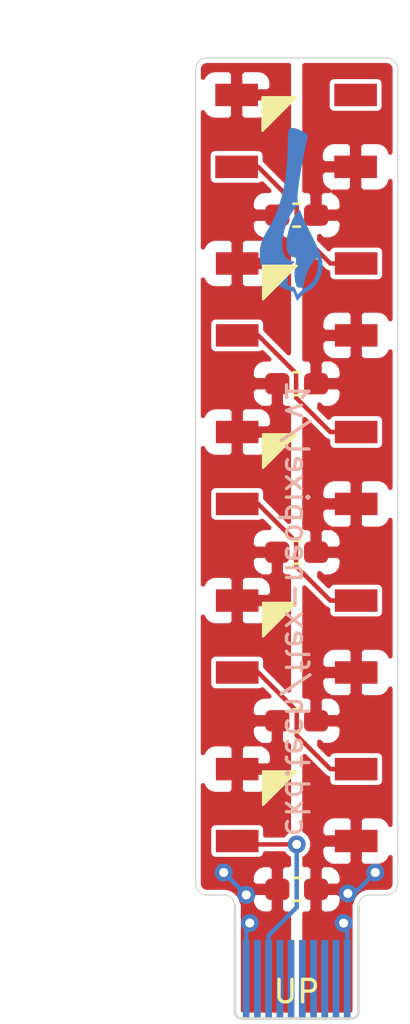
<source format=kicad_pcb>
(kicad_pcb (version 20171130) (host pcbnew 5.1.9)

  (general
    (thickness 1.6)
    (drawings 14)
    (tracks 44)
    (zones 0)
    (modules 12)
    (nets 16)
  )

  (page A4)
  (layers
    (0 F.Cu signal)
    (31 B.Cu signal)
    (32 B.Adhes user)
    (33 F.Adhes user)
    (34 B.Paste user)
    (35 F.Paste user)
    (36 B.SilkS user)
    (37 F.SilkS user)
    (38 B.Mask user)
    (39 F.Mask user)
    (40 Dwgs.User user)
    (41 Cmts.User user)
    (42 Eco1.User user)
    (43 Eco2.User user)
    (44 Edge.Cuts user)
    (45 Margin user)
    (46 B.CrtYd user)
    (47 F.CrtYd user)
    (48 B.Fab user)
    (49 F.Fab user)
  )

  (setup
    (last_trace_width 0.25)
    (user_trace_width 0.2)
    (trace_clearance 0.2)
    (zone_clearance 0.2032)
    (zone_45_only no)
    (trace_min 0.2)
    (via_size 0.8)
    (via_drill 0.4)
    (via_min_size 0.4)
    (via_min_drill 0.3)
    (uvia_size 0.3)
    (uvia_drill 0.1)
    (uvias_allowed no)
    (uvia_min_size 0.2)
    (uvia_min_drill 0.1)
    (edge_width 0.05)
    (segment_width 0.2)
    (pcb_text_width 0.3)
    (pcb_text_size 1.5 1.5)
    (mod_edge_width 0.12)
    (mod_text_size 1 1)
    (mod_text_width 0.15)
    (pad_size 1.524 1.524)
    (pad_drill 0.762)
    (pad_to_mask_clearance 0)
    (aux_axis_origin 0 0)
    (visible_elements FFFFFF7F)
    (pcbplotparams
      (layerselection 0x010fc_ffffffff)
      (usegerberextensions false)
      (usegerberattributes true)
      (usegerberadvancedattributes true)
      (creategerberjobfile true)
      (excludeedgelayer true)
      (linewidth 0.100000)
      (plotframeref false)
      (viasonmask false)
      (mode 1)
      (useauxorigin false)
      (hpglpennumber 1)
      (hpglpenspeed 20)
      (hpglpendiameter 15.000000)
      (psnegative false)
      (psa4output false)
      (plotreference true)
      (plotvalue true)
      (plotinvisibletext false)
      (padsonsilk false)
      (subtractmaskfromsilk false)
      (outputformat 1)
      (mirror false)
      (drillshape 1)
      (scaleselection 1)
      (outputdirectory ""))
  )

  (net 0 "")
  (net 1 "Net-(D1-Pad4)")
  (net 2 "Net-(D1-Pad2)")
  (net 3 "Net-(D2-Pad4)")
  (net 4 "Net-(D2-Pad2)")
  (net 5 "Net-(D3-Pad4)")
  (net 6 "Net-(J1-Pad9)")
  (net 7 "Net-(J1-Pad8)")
  (net 8 "Net-(J1-Pad7)")
  (net 9 "Net-(J1-Pad6)")
  (net 10 "Net-(J1-Pad5)")
  (net 11 "Net-(J1-Pad4)")
  (net 12 "Net-(J1-Pad2)")
  (net 13 GND)
  (net 14 +3V3)
  (net 15 "Net-(D5-Pad2)")

  (net_class Default "This is the default net class."
    (clearance 0.2)
    (trace_width 0.25)
    (via_dia 0.8)
    (via_drill 0.4)
    (uvia_dia 0.3)
    (uvia_drill 0.1)
    (add_net +3V3)
    (add_net GND)
    (add_net "Net-(D1-Pad2)")
    (add_net "Net-(D1-Pad4)")
    (add_net "Net-(D2-Pad2)")
    (add_net "Net-(D2-Pad4)")
    (add_net "Net-(D3-Pad4)")
    (add_net "Net-(D5-Pad2)")
    (add_net "Net-(J1-Pad2)")
    (add_net "Net-(J1-Pad4)")
    (add_net "Net-(J1-Pad5)")
    (add_net "Net-(J1-Pad6)")
    (add_net "Net-(J1-Pad7)")
    (add_net "Net-(J1-Pad8)")
    (add_net "Net-(J1-Pad9)")
  )

  (module chickadee:chickadee_3mm_fcu (layer B.Cu) (tedit 0) (tstamp 602AD819)
    (at 106.5 55 90)
    (fp_text reference G*** (at 0 0 90) (layer B.SilkS) hide
      (effects (font (size 1.524 1.524) (thickness 0.3)) (justify mirror))
    )
    (fp_text value "Chickadee 3mm" (at 0.75 0 90) (layer B.SilkS) hide
      (effects (font (size 1.524 1.524) (thickness 0.3)) (justify mirror))
    )
    (fp_poly (pts (xy -2.158969 1.476897) (xy -2.121134 1.475122) (xy -2.085237 1.47205) (xy -2.049588 1.467549)
      (xy -2.012501 1.461488) (xy -1.987463 1.456774) (xy -1.950495 1.449127) (xy -1.91523 1.440944)
      (xy -1.880622 1.431892) (xy -1.845624 1.421636) (xy -1.809191 1.409844) (xy -1.770278 1.396182)
      (xy -1.727839 1.380316) (xy -1.680827 1.361912) (xy -1.645263 1.347594) (xy -1.598042 1.328195)
      (xy -1.550102 1.308057) (xy -1.501041 1.286989) (xy -1.450453 1.264801) (xy -1.397934 1.241305)
      (xy -1.343079 1.216311) (xy -1.285486 1.189628) (xy -1.224749 1.161068) (xy -1.160464 1.130441)
      (xy -1.092227 1.097558) (xy -1.019635 1.062228) (xy -0.942281 1.024263) (xy -0.859764 0.983472)
      (xy -0.771677 0.939667) (xy -0.713915 0.910823) (xy -0.632201 0.870036) (xy -0.556268 0.832302)
      (xy -0.485642 0.797404) (xy -0.419851 0.765125) (xy -0.358423 0.735248) (xy -0.300885 0.707556)
      (xy -0.246765 0.681833) (xy -0.195591 0.657862) (xy -0.146889 0.635425) (xy -0.100189 0.614305)
      (xy -0.055018 0.594286) (xy -0.010903 0.575152) (xy 0.032629 0.556684) (xy 0.076049 0.538666)
      (xy 0.119829 0.520881) (xy 0.164443 0.503112) (xy 0.210363 0.485143) (xy 0.227542 0.478491)
      (xy 0.251524 0.469207) (xy 0.273788 0.460545) (xy 0.293348 0.452891) (xy 0.309219 0.446634)
      (xy 0.320414 0.44216) (xy 0.325784 0.43993) (xy 0.335832 0.435427) (xy 0.320698 0.416151)
      (xy 0.308889 0.402098) (xy 0.29292 0.384518) (xy 0.273921 0.364551) (xy 0.253023 0.343337)
      (xy 0.231357 0.322014) (xy 0.210055 0.301723) (xy 0.190246 0.283603) (xy 0.181681 0.27608)
      (xy 0.106102 0.214961) (xy 0.024352 0.156762) (xy -0.063253 0.101625) (xy -0.156399 0.049694)
      (xy -0.254769 0.001114) (xy -0.358048 -0.043973) (xy -0.465921 -0.085422) (xy -0.578072 -0.123091)
      (xy -0.694186 -0.156835) (xy -0.813946 -0.18651) (xy -0.853722 -0.195281) (xy -0.912747 -0.207567)
      (xy -0.966586 -0.218013) (xy -1.016795 -0.226877) (xy -1.064926 -0.234413) (xy -1.112531 -0.240877)
      (xy -1.161165 -0.246526) (xy -1.171222 -0.247588) (xy -1.191268 -0.249185) (xy -1.216488 -0.250438)
      (xy -1.245561 -0.251348) (xy -1.277167 -0.251913) (xy -1.309986 -0.252134) (xy -1.342697 -0.252011)
      (xy -1.37398 -0.251543) (xy -1.402515 -0.25073) (xy -1.426981 -0.249572) (xy -1.446059 -0.248069)
      (xy -1.449917 -0.247629) (xy -1.520413 -0.236359) (xy -1.585332 -0.220777) (xy -1.644686 -0.200875)
      (xy -1.698489 -0.176642) (xy -1.746754 -0.148071) (xy -1.789494 -0.115152) (xy -1.826725 -0.077875)
      (xy -1.858458 -0.036233) (xy -1.884708 0.009784) (xy -1.904186 0.056444) (xy -1.913436 0.084664)
      (xy -1.92005 0.11021) (xy -1.924389 0.13533) (xy -1.926811 0.162274) (xy -1.927677 0.19329)
      (xy -1.927689 0.20331) (xy -1.927494 0.260217) (xy -1.950459 0.26257) (xy -1.973423 0.264922)
      (xy -2.023181 0.23099) (xy -2.022739 0.181641) (xy -2.018754 0.12341) (xy -2.007973 0.066659)
      (xy -1.990573 0.011805) (xy -1.966733 -0.040732) (xy -1.936631 -0.090536) (xy -1.900446 -0.137188)
      (xy -1.875226 -0.164155) (xy -1.83459 -0.201) (xy -1.79086 -0.233371) (xy -1.743528 -0.261491)
      (xy -1.692089 -0.285584) (xy -1.636034 -0.305873) (xy -1.574857 -0.322584) (xy -1.508052 -0.335938)
      (xy -1.474611 -0.341113) (xy -1.453545 -0.343389) (xy -1.426697 -0.345185) (xy -1.395325 -0.3465)
      (xy -1.360685 -0.347334) (xy -1.324034 -0.347688) (xy -1.286631 -0.347562) (xy -1.249731 -0.346956)
      (xy -1.214593 -0.34587) (xy -1.182474 -0.344303) (xy -1.15463 -0.342257) (xy -1.143 -0.341088)
      (xy -1.028753 -0.325915) (xy -0.913621 -0.306055) (xy -0.798476 -0.28177) (xy -0.684191 -0.253321)
      (xy -0.571641 -0.220969) (xy -0.461697 -0.184975) (xy -0.355234 -0.1456) (xy -0.253124 -0.103106)
      (xy -0.15624 -0.057754) (xy -0.101392 -0.029498) (xy -0.018282 0.017249) (xy 0.060658 0.066369)
      (xy 0.134981 0.117513) (xy 0.204241 0.170332) (xy 0.267993 0.224478) (xy 0.325791 0.279603)
      (xy 0.377188 0.335357) (xy 0.39888 0.36152) (xy 0.413589 0.379428) (xy 0.424647 0.391741)
      (xy 0.432321 0.398733) (xy 0.436878 0.400678) (xy 0.437106 0.400627) (xy 0.451682 0.396988)
      (xy 0.472129 0.392861) (xy 0.497296 0.388412) (xy 0.526029 0.383807) (xy 0.557174 0.379213)
      (xy 0.589579 0.374796) (xy 0.622091 0.370724) (xy 0.653556 0.367163) (xy 0.682821 0.36428)
      (xy 0.696736 0.363107) (xy 0.726996 0.36137) (xy 0.760509 0.360689) (xy 0.797721 0.361091)
      (xy 0.839075 0.362602) (xy 0.885017 0.36525) (xy 0.935991 0.369062) (xy 0.992441 0.374063)
      (xy 1.054812 0.380281) (xy 1.123548 0.387744) (xy 1.144764 0.390147) (xy 1.242696 0.401961)
      (xy 1.34711 0.415747) (xy 1.457726 0.431456) (xy 1.574267 0.449038) (xy 1.696454 0.468441)
      (xy 1.824011 0.489614) (xy 1.956657 0.512508) (xy 2.094117 0.537072) (xy 2.23611 0.563254)
      (xy 2.38236 0.591005) (xy 2.532588 0.620273) (xy 2.686517 0.651009) (xy 2.843867 0.68316)
      (xy 3.004361 0.716678) (xy 3.167721 0.751511) (xy 3.333669 0.787608) (xy 3.361972 0.793834)
      (xy 3.393505 0.800732) (xy 3.423573 0.807213) (xy 3.451326 0.813101) (xy 3.475913 0.81822)
      (xy 3.496484 0.822393) (xy 3.512186 0.825444) (xy 3.52217 0.827196) (xy 3.52425 0.82748)
      (xy 3.551629 0.827397) (xy 3.580597 0.821802) (xy 3.609337 0.81136) (xy 3.636032 0.796737)
      (xy 3.658863 0.7786) (xy 3.659577 0.777903) (xy 3.670334 0.765542) (xy 3.683559 0.747416)
      (xy 3.698873 0.724218) (xy 3.715898 0.696638) (xy 3.734253 0.665367) (xy 3.753562 0.631098)
      (xy 3.773444 0.594521) (xy 3.793521 0.556329) (xy 3.813415 0.517211) (xy 3.832747 0.477861)
      (xy 3.851137 0.438969) (xy 3.868208 0.401226) (xy 3.876938 0.381112) (xy 3.904418 0.312172)
      (xy 3.926295 0.247247) (xy 3.942564 0.186369) (xy 3.95322 0.129572) (xy 3.958258 0.076888)
      (xy 3.957674 0.02835) (xy 3.951462 -0.016008) (xy 3.940303 -0.054355) (xy 3.930721 -0.074617)
      (xy 3.917158 -0.09653) (xy 3.901359 -0.117628) (xy 3.885072 -0.135441) (xy 3.879089 -0.14086)
      (xy 3.8637 -0.152771) (xy 3.847081 -0.163287) (xy 3.828689 -0.172518) (xy 3.807978 -0.180574)
      (xy 3.784406 -0.187565) (xy 3.757427 -0.193602) (xy 3.726498 -0.198794) (xy 3.691074 -0.203252)
      (xy 3.650612 -0.207086) (xy 3.604567 -0.210405) (xy 3.552396 -0.213321) (xy 3.511903 -0.215182)
      (xy 3.492132 -0.215961) (xy 3.466304 -0.216876) (xy 3.435416 -0.217897) (xy 3.400464 -0.218994)
      (xy 3.362446 -0.220137) (xy 3.322357 -0.221294) (xy 3.281195 -0.222437) (xy 3.239956 -0.223534)
      (xy 3.219097 -0.22407) (xy 3.113132 -0.226865) (xy 3.013623 -0.229728) (xy 2.919971 -0.232688)
      (xy 2.831576 -0.235774) (xy 2.74784 -0.239016) (xy 2.668162 -0.242444) (xy 2.591944 -0.246086)
      (xy 2.518587 -0.249972) (xy 2.447491 -0.254132) (xy 2.378056 -0.258595) (xy 2.309683 -0.26339)
      (xy 2.241774 -0.268548) (xy 2.173729 -0.274096) (xy 2.137833 -0.277168) (xy 1.985425 -0.291484)
      (xy 1.838916 -0.307501) (xy 1.697314 -0.325426) (xy 1.559629 -0.345462) (xy 1.424869 -0.367813)
      (xy 1.292042 -0.392686) (xy 1.160156 -0.420283) (xy 1.028221 -0.450811) (xy 0.895244 -0.484473)
      (xy 0.760234 -0.521474) (xy 0.622199 -0.562018) (xy 0.480149 -0.606311) (xy 0.372181 -0.641516)
      (xy 0.315529 -0.660415) (xy 0.263101 -0.678181) (xy 0.214324 -0.695079) (xy 0.168627 -0.711377)
      (xy 0.125437 -0.72734) (xy 0.084184 -0.743235) (xy 0.044295 -0.759327) (xy 0.005199 -0.775884)
      (xy -0.033675 -0.79317) (xy -0.072901 -0.811452) (xy -0.113048 -0.830997) (xy -0.15469 -0.852071)
      (xy -0.198398 -0.874939) (xy -0.244743 -0.899869) (xy -0.294297 -0.927125) (xy -0.347632 -0.956975)
      (xy -0.40532 -0.989684) (xy -0.467932 -1.025519) (xy -0.532694 -1.062815) (xy -0.582887 -1.091743)
      (xy -0.627657 -1.11745) (xy -0.667661 -1.140298) (xy -0.703555 -1.160648) (xy -0.735994 -1.178863)
      (xy -0.765635 -1.195303) (xy -0.793134 -1.21033) (xy -0.819147 -1.224307) (xy -0.84433 -1.237594)
      (xy -0.869338 -1.250554) (xy -0.894828 -1.263549) (xy -0.917222 -1.27482) (xy -0.982539 -1.306741)
      (xy -1.043326 -1.334702) (xy -1.100631 -1.359064) (xy -1.155499 -1.380188) (xy -1.208978 -1.398436)
      (xy -1.262115 -1.414169) (xy -1.315957 -1.427748) (xy -1.371551 -1.439537) (xy -1.419025 -1.448094)
      (xy -1.478301 -1.457475) (xy -1.532886 -1.464849) (xy -1.584804 -1.470377) (xy -1.636074 -1.474223)
      (xy -1.688721 -1.47655) (xy -1.744766 -1.477522) (xy -1.783292 -1.477509) (xy -1.80988 -1.477309)
      (xy -1.834924 -1.477051) (xy -1.85733 -1.476751) (xy -1.876003 -1.476426) (xy -1.889851 -1.476092)
      (xy -1.897777 -1.475767) (xy -1.897944 -1.475755) (xy -1.988991 -1.46674) (xy -2.0788 -1.453096)
      (xy -2.166515 -1.435042) (xy -2.251282 -1.412798) (xy -2.332244 -1.386583) (xy -2.408545 -1.356619)
      (xy -2.466209 -1.329817) (xy -2.552043 -1.282919) (xy -2.63567 -1.229377) (xy -2.717012 -1.169273)
      (xy -2.795994 -1.10269) (xy -2.872539 -1.029708) (xy -2.946571 -0.950411) (xy -3.018015 -0.864879)
      (xy -3.086793 -0.773196) (xy -3.152829 -0.675442) (xy -3.216048 -0.571701) (xy -3.276373 -0.462053)
      (xy -3.2807 -0.453746) (xy -3.317707 -0.378734) (xy -3.352221 -0.300989) (xy -3.3846 -0.21958)
      (xy -3.415202 -0.133574) (xy -3.444388 -0.042039) (xy -3.46089 0.014242) (xy -3.468457 0.040831)
      (xy -3.714194 0.139956) (xy -3.753671 0.155931) (xy -3.791187 0.171209) (xy -3.826234 0.185578)
      (xy -3.858306 0.198827) (xy -3.886898 0.210743) (xy -3.911502 0.221113) (xy -3.931612 0.229726)
      (xy -3.946722 0.23637) (xy -3.956326 0.240832) (xy -3.959917 0.242899) (xy -3.959931 0.242945)
      (xy -3.957356 0.245822) (xy -3.949885 0.253035) (xy -3.937902 0.264238) (xy -3.921787 0.279083)
      (xy -3.901922 0.297224) (xy -3.87869 0.318314) (xy -3.852471 0.342006) (xy -3.823649 0.367952)
      (xy -3.792605 0.395807) (xy -3.75972 0.425222) (xy -3.734153 0.448034) (xy -3.508375 0.649259)
      (xy -3.493997 0.688978) (xy -3.465662 0.759052) (xy -3.432414 0.825955) (xy -3.393848 0.890293)
      (xy -3.349555 0.952676) (xy -3.29913 1.013713) (xy -3.242165 1.07401) (xy -3.225776 1.090083)
      (xy -3.158462 1.150261) (xy -3.08587 1.205941) (xy -3.008266 1.25699) (xy -2.925914 1.303278)
      (xy -2.839079 1.34467) (xy -2.748026 1.381036) (xy -2.653021 1.412242) (xy -2.554329 1.438158)
      (xy -2.50825 1.448166) (xy -2.463853 1.456803) (xy -2.424131 1.463573) (xy -2.387021 1.468705)
      (xy -2.35046 1.472428) (xy -2.312386 1.474971) (xy -2.270735 1.476561) (xy -2.247194 1.477084)
      (xy -2.200426 1.477507) (xy -2.158969 1.476897)) (layer B.Mask) (width 0.01))
    (fp_poly (pts (xy -2.190577 1.394931) (xy -2.158906 1.394428) (xy -2.131275 1.393379) (xy -2.106176 1.39166)
      (xy -2.082107 1.389149) (xy -2.057561 1.385724) (xy -2.031033 1.38126) (xy -2.009069 1.377185)
      (xy -1.950214 1.364422) (xy -1.889117 1.348355) (xy -1.828664 1.329818) (xy -1.77174 1.309646)
      (xy -1.760361 1.305223) (xy -1.717183 1.28803) (xy -1.674808 1.270892) (xy -1.63285 1.25363)
      (xy -1.59092 1.236063) (xy -1.548631 1.218011) (xy -1.505596 1.199293) (xy -1.461427 1.179729)
      (xy -1.415735 1.159138) (xy -1.368134 1.137341) (xy -1.318236 1.114156) (xy -1.265653 1.089403)
      (xy -1.209997 1.062901) (xy -1.150882 1.034472) (xy -1.087918 1.003933) (xy -1.02072 0.971104)
      (xy -0.948898 0.935806) (xy -0.872065 0.897857) (xy -0.789834 0.857077) (xy -0.701817 0.813286)
      (xy -0.679097 0.801963) (xy -0.600817 0.763019) (xy -0.528298 0.72712) (xy -0.461051 0.694039)
      (xy -0.398585 0.663552) (xy -0.340411 0.635433) (xy -0.286038 0.609455) (xy -0.234976 0.585394)
      (xy -0.186735 0.563022) (xy -0.140825 0.542115) (xy -0.096756 0.522447) (xy -0.054038 0.503792)
      (xy -0.012181 0.485924) (xy 0.029306 0.468618) (xy 0.070912 0.451647) (xy 0.113128 0.434787)
      (xy 0.146403 0.421719) (xy 0.169926 0.412482) (xy 0.191319 0.403963) (xy 0.209688 0.396527)
      (xy 0.224143 0.39054) (xy 0.233791 0.386365) (xy 0.237732 0.384376) (xy 0.237199 0.380281)
      (xy 0.231987 0.372263) (xy 0.222739 0.361032) (xy 0.2101 0.347296) (xy 0.194712 0.331764)
      (xy 0.177219 0.315145) (xy 0.164178 0.303343) (xy 0.096199 0.247242) (xy 0.021764 0.193747)
      (xy -0.059006 0.142914) (xy -0.145989 0.0948) (xy -0.239062 0.049462) (xy -0.338103 0.006957)
      (xy -0.442991 -0.032658) (xy -0.553602 -0.069327) (xy -0.669815 -0.102992) (xy -0.756708 -0.125296)
      (xy -0.857303 -0.148538) (xy -0.952291 -0.167867) (xy -1.041919 -0.183303) (xy -1.126439 -0.194868)
      (xy -1.206099 -0.20258) (xy -1.281149 -0.206462) (xy -1.351837 -0.206535) (xy -1.418413 -0.202818)
      (xy -1.481126 -0.195332) (xy -1.518918 -0.18866) (xy -1.57955 -0.173748) (xy -1.634906 -0.154367)
      (xy -1.684914 -0.13059) (xy -1.729501 -0.102491) (xy -1.768596 -0.070142) (xy -1.802127 -0.033617)
      (xy -1.830021 0.007012) (xy -1.852205 0.051671) (xy -1.868608 0.100287) (xy -1.879158 0.152786)
      (xy -1.882097 0.17906) (xy -1.882915 0.190167) (xy -1.883851 0.198302) (xy -1.885889 0.204006)
      (xy -1.890009 0.207822) (xy -1.897194 0.21029) (xy -1.908425 0.211954) (xy -1.924685 0.213354)
      (xy -1.946955 0.215033) (xy -1.947333 0.215063) (xy -1.974885 0.21729) (xy -1.996056 0.219184)
      (xy -2.011509 0.220834) (xy -2.021906 0.222327) (xy -2.02791 0.223751) (xy -2.030183 0.225193)
      (xy -2.030082 0.226026) (xy -2.032027 0.227335) (xy -2.038861 0.22756) (xy -2.048532 0.226886)
      (xy -2.05899 0.225503) (xy -2.068183 0.223597) (xy -2.072569 0.222141) (xy -2.078077 0.220624)
      (xy -2.089384 0.218164) (xy -2.105331 0.214992) (xy -2.124759 0.211335) (xy -2.146511 0.207422)
      (xy -2.151944 0.206471) (xy -2.23343 0.192964) (xy -2.310846 0.181591) (xy -2.386734 0.172013)
      (xy -2.463633 0.163891) (xy -2.487083 0.161706) (xy -2.509513 0.160112) (xy -2.536719 0.158879)
      (xy -2.567348 0.158007) (xy -2.600049 0.157496) (xy -2.633471 0.157348) (xy -2.666262 0.157562)
      (xy -2.69707 0.158139) (xy -2.724545 0.15908) (xy -2.747334 0.160385) (xy -2.760486 0.161598)
      (xy -2.833314 0.171253) (xy -2.904171 0.18314) (xy -2.974932 0.197651) (xy -3.047473 0.215178)
      (xy -3.123669 0.23611) (xy -3.139143 0.240632) (xy -3.161757 0.247425) (xy -3.178423 0.252778)
      (xy -3.190018 0.257041) (xy -3.197422 0.260562) (xy -3.20151 0.263691) (xy -3.202943 0.266032)
      (xy -3.203909 0.271145) (xy -3.205491 0.282439) (xy -3.20759 0.299075) (xy -3.210105 0.320217)
      (xy -3.212937 0.345025) (xy -3.215987 0.372662) (xy -3.219082 0.401608) (xy -3.222679 0.435601)
      (xy -3.225565 0.463243) (xy -3.227688 0.485209) (xy -3.228999 0.50217) (xy -3.229447 0.514802)
      (xy -3.228982 0.523777) (xy -3.227553 0.52977) (xy -3.22511 0.533453) (xy -3.221603 0.535501)
      (xy -3.216982 0.536587) (xy -3.211195 0.537385) (xy -3.208909 0.537717) (xy -3.197663 0.539746)
      (xy -3.180611 0.543203) (xy -3.158807 0.547849) (xy -3.1333 0.553445) (xy -3.105142 0.559751)
      (xy -3.075385 0.566529) (xy -3.045079 0.573539) (xy -3.015275 0.580543) (xy -2.987025 0.5873)
      (xy -2.96138 0.593573) (xy -2.942167 0.598407) (xy -2.839538 0.625766) (xy -2.743547 0.653603)
      (xy -2.653787 0.682055) (xy -2.569847 0.711258) (xy -2.49132 0.74135) (xy -2.417797 0.772466)
      (xy -2.405944 0.777787) (xy -2.33527 0.81224) (xy -2.2633 0.851978) (xy -2.191754 0.895908)
      (xy -2.122352 0.942934) (xy -2.05681 0.991963) (xy -2.012597 1.028214) (xy -1.994935 1.043577)
      (xy -1.976602 1.059988) (xy -1.958316 1.076756) (xy -1.940794 1.09319) (xy -1.924751 1.108599)
      (xy -1.910905 1.122291) (xy -1.899973 1.133576) (xy -1.892671 1.141762) (xy -1.889717 1.146159)
      (xy -1.889781 1.146632) (xy -1.895886 1.149881) (xy -1.907863 1.154203) (xy -1.924653 1.159337)
      (xy -1.945199 1.16502) (xy -1.968444 1.170989) (xy -1.99333 1.176981) (xy -2.018801 1.182735)
      (xy -2.043799 1.187987) (xy -2.067268 1.192474) (xy -2.088148 1.195935) (xy -2.088444 1.195979)
      (xy -2.143487 1.202523) (xy -2.197821 1.205577) (xy -2.252961 1.205107) (xy -2.310419 1.201077)
      (xy -2.371711 1.193452) (xy -2.401539 1.188739) (xy -2.494796 1.17015) (xy -2.584229 1.146293)
      (xy -2.669623 1.117275) (xy -2.750766 1.083203) (xy -2.827443 1.044182) (xy -2.899442 1.000319)
      (xy -2.966549 0.95172) (xy -3.028551 0.898491) (xy -3.072051 0.855085) (xy -3.114426 0.806444)
      (xy -3.152464 0.755667) (xy -3.185507 0.70377) (xy -3.212895 0.65177) (xy -3.230344 0.610645)
      (xy -3.23532 0.598231) (xy -3.239944 0.588063) (xy -3.243211 0.582348) (xy -3.246468 0.579042)
      (xy -3.254369 0.57133) (xy -3.266439 0.559666) (xy -3.282207 0.544504) (xy -3.301199 0.526296)
      (xy -3.322943 0.505496) (xy -3.346966 0.482558) (xy -3.372795 0.457935) (xy -3.391958 0.439691)
      (xy -3.418659 0.414263) (xy -3.443792 0.390288) (xy -3.466896 0.368206) (xy -3.487514 0.34846)
      (xy -3.505187 0.331487) (xy -3.519455 0.31773) (xy -3.529861 0.307629) (xy -3.535945 0.301624)
      (xy -3.537393 0.300078) (xy -3.534428 0.298301) (xy -3.525616 0.293948) (xy -3.511564 0.287299)
      (xy -3.492877 0.278632) (xy -3.470164 0.268227) (xy -3.444028 0.256363) (xy -3.415077 0.243317)
      (xy -3.383917 0.22937) (xy -3.376532 0.226077) (xy -3.214874 0.154058) (xy -3.198019 0.093786)
      (xy -3.189906 0.065801) (xy -3.180059 0.033466) (xy -3.169084 -0.001347) (xy -3.157589 -0.036762)
      (xy -3.146183 -0.070907) (xy -3.135473 -0.101907) (xy -3.126489 -0.126757) (xy -3.121041 -0.140443)
      (xy -3.116521 -0.148917) (xy -3.111864 -0.153733) (xy -3.10617 -0.156392) (xy -3.098868 -0.157558)
      (xy -3.085547 -0.158496) (xy -3.06724 -0.159209) (xy -3.04498 -0.159697) (xy -3.019799 -0.159965)
      (xy -2.992731 -0.160013) (xy -2.964808 -0.159845) (xy -2.937063 -0.159461) (xy -2.910528 -0.158866)
      (xy -2.886237 -0.15806) (xy -2.865223 -0.157046) (xy -2.848681 -0.155841) (xy -2.685739 -0.138212)
      (xy -2.585861 -0.124838) (xy -2.543141 -0.1184) (xy -2.506322 -0.1121) (xy -2.474266 -0.105624)
      (xy -2.445833 -0.098661) (xy -2.419884 -0.090899) (xy -2.395279 -0.082025) (xy -2.370878 -0.071727)
      (xy -2.345543 -0.059694) (xy -2.342444 -0.058147) (xy -2.286885 -0.026813) (xy -2.232336 0.010789)
      (xy -2.179767 0.053872) (xy -2.130148 0.101647) (xy -2.089686 0.146958) (xy -2.071653 0.168681)
      (xy -2.069252 0.143431) (xy -2.062225 0.096009) (xy -2.050319 0.046832) (xy -2.034198 -0.002224)
      (xy -2.014523 -0.049282) (xy -1.991958 -0.092463) (xy -1.978281 -0.114289) (xy -1.94066 -0.164006)
      (xy -1.897859 -0.209003) (xy -1.849963 -0.249251) (xy -1.797063 -0.284723) (xy -1.739243 -0.315389)
      (xy -1.676594 -0.341223) (xy -1.609201 -0.362197) (xy -1.537152 -0.378282) (xy -1.460535 -0.389451)
      (xy -1.379438 -0.395676) (xy -1.293947 -0.396929) (xy -1.204152 -0.393182) (xy -1.125361 -0.386139)
      (xy -1.052218 -0.376822) (xy -0.974125 -0.364509) (xy -0.892379 -0.349481) (xy -0.808276 -0.332024)
      (xy -0.723113 -0.312418) (xy -0.638187 -0.290949) (xy -0.554795 -0.267899) (xy -0.478014 -0.244745)
      (xy -0.38054 -0.212112) (xy -0.286214 -0.17667) (xy -0.195387 -0.138629) (xy -0.108408 -0.098203)
      (xy -0.025628 -0.0556) (xy 0.052604 -0.011034) (xy 0.125937 0.035286) (xy 0.194021 0.083147)
      (xy 0.256506 0.132339) (xy 0.313041 0.18265) (xy 0.363278 0.233869) (xy 0.406865 0.285785)
      (xy 0.411516 0.291897) (xy 0.421132 0.304324) (xy 0.427892 0.311896) (xy 0.432929 0.315578)
      (xy 0.437377 0.316336) (xy 0.439726 0.315921) (xy 0.459163 0.311612) (xy 0.48424 0.30693)
      (xy 0.513568 0.302078) (xy 0.545757 0.297263) (xy 0.579415 0.292687) (xy 0.613152 0.288557)
      (xy 0.645578 0.285077) (xy 0.656167 0.284068) (xy 0.687905 0.281538) (xy 0.719888 0.279816)
      (xy 0.752791 0.278933) (xy 0.78729 0.27892) (xy 0.82406 0.279806) (xy 0.863775 0.281623)
      (xy 0.907113 0.284401) (xy 0.954746 0.288171) (xy 1.007352 0.292963) (xy 1.065605 0.298808)
      (xy 1.127125 0.3054) (xy 1.216165 0.315763) (xy 1.311639 0.327982) (xy 1.413193 0.341993)
      (xy 1.520469 0.357731) (xy 1.633115 0.375132) (xy 1.750774 0.394133) (xy 1.873091 0.414668)
      (xy 1.999712 0.436674) (xy 2.13028 0.460086) (xy 2.264441 0.48484) (xy 2.40184 0.510872)
      (xy 2.542121 0.538118) (xy 2.68493 0.566514) (xy 2.829911 0.595994) (xy 2.976709 0.626495)
      (xy 3.124969 0.657954) (xy 3.274335 0.690304) (xy 3.361972 0.709592) (xy 3.406466 0.719446)
      (xy 3.444684 0.727733) (xy 3.477258 0.73432) (xy 3.504823 0.739072) (xy 3.528011 0.741854)
      (xy 3.547455 0.742532) (xy 3.563788 0.740972) (xy 3.577642 0.737038) (xy 3.589652 0.730596)
      (xy 3.600449 0.721512) (xy 3.610667 0.709652) (xy 3.620938 0.69488) (xy 3.631896 0.677062)
      (xy 3.644174 0.656064) (xy 3.648453 0.648705) (xy 3.685722 0.582928) (xy 3.720654 0.517678)
      (xy 3.752855 0.453786) (xy 3.781929 0.392085) (xy 3.807481 0.333406) (xy 3.829117 0.278581)
      (xy 3.842982 0.239141) (xy 3.858442 0.186728) (xy 3.869158 0.137816) (xy 3.875158 0.092633)
      (xy 3.876469 0.051406) (xy 3.873119 0.014365) (xy 3.865134 -0.018262) (xy 3.852543 -0.046247)
      (xy 3.835372 -0.069362) (xy 3.813649 -0.087378) (xy 3.803124 -0.093395) (xy 3.792991 -0.098154)
      (xy 3.781941 -0.102524) (xy 3.769615 -0.106533) (xy 3.755657 -0.110209) (xy 3.739709 -0.113581)
      (xy 3.721413 -0.116677) (xy 3.700414 -0.119524) (xy 3.676352 -0.122152) (xy 3.648872 -0.124587)
      (xy 3.617615 -0.126859) (xy 3.582225 -0.128995) (xy 3.542343 -0.131023) (xy 3.497613 -0.132973)
      (xy 3.447677 -0.134871) (xy 3.392178 -0.136746) (xy 3.330759 -0.138626) (xy 3.263062 -0.14054)
      (xy 3.188731 -0.142515) (xy 3.175 -0.142869) (xy 3.052923 -0.146207) (xy 2.937344 -0.149786)
      (xy 2.827707 -0.153639) (xy 2.723456 -0.157794) (xy 2.624037 -0.162284) (xy 2.528895 -0.167138)
      (xy 2.437474 -0.172388) (xy 2.349219 -0.178064) (xy 2.263574 -0.184196) (xy 2.179985 -0.190816)
      (xy 2.097897 -0.197954) (xy 2.016754 -0.20564) (xy 1.989667 -0.208345) (xy 1.860967 -0.222177)
      (xy 1.736502 -0.237273) (xy 1.615523 -0.253805) (xy 1.497281 -0.271941) (xy 1.381028 -0.291851)
      (xy 1.266016 -0.313705) (xy 1.151496 -0.337671) (xy 1.036721 -0.36392) (xy 0.920941 -0.39262)
      (xy 0.803408 -0.423942) (xy 0.683373 -0.458054) (xy 0.56009 -0.495127) (xy 0.432808 -0.535329)
      (xy 0.30078 -0.57883) (xy 0.195792 -0.614551) (xy 0.145932 -0.632059) (xy 0.0984 -0.649485)
      (xy 0.052527 -0.66715) (xy 0.007643 -0.685374) (xy -0.03692 -0.704476) (xy -0.081833 -0.724779)
      (xy -0.127765 -0.746601) (xy -0.175385 -0.770263) (xy -0.225363 -0.796085) (xy -0.278367 -0.824388)
      (xy -0.335068 -0.855492) (xy -0.396135 -0.889717) (xy -0.462237 -0.927384) (xy -0.483306 -0.939493)
      (xy -0.541927 -0.973223) (xy -0.594898 -1.003651) (xy -0.642666 -1.031025) (xy -0.685679 -1.055591)
      (xy -0.724384 -1.077596) (xy -0.759229 -1.097287) (xy -0.790662 -1.11491) (xy -0.81913 -1.130714)
      (xy -0.845081 -1.144944) (xy -0.868963 -1.157848) (xy -0.891223 -1.169672) (xy -0.912308 -1.180664)
      (xy -0.932668 -1.19107) (xy -0.952748 -1.201138) (xy -0.972997 -1.211113) (xy -0.993862 -1.221244)
      (xy -0.995694 -1.222128) (xy -1.063133 -1.253565) (xy -1.12675 -1.280819) (xy -1.187918 -1.304282)
      (xy -1.248008 -1.324345) (xy -1.308391 -1.341402) (xy -1.37044 -1.355844) (xy -1.435526 -1.368064)
      (xy -1.505022 -1.378454) (xy -1.569861 -1.386279) (xy -1.610848 -1.390039) (xy -1.656794 -1.392999)
      (xy -1.705642 -1.395105) (xy -1.755337 -1.396301) (xy -1.803821 -1.396532) (xy -1.849038 -1.395744)
      (xy -1.878542 -1.394508) (xy -1.958088 -1.387865) (xy -2.038544 -1.376743) (xy -2.118722 -1.361443)
      (xy -2.197433 -1.342263) (xy -2.273489 -1.319501) (xy -2.345702 -1.293456) (xy -2.412884 -1.264427)
      (xy -2.430992 -1.255625) (xy -2.511972 -1.211372) (xy -2.591194 -1.160408) (xy -2.668518 -1.102893)
      (xy -2.743805 -1.038983) (xy -2.816914 -0.968836) (xy -2.887705 -0.89261) (xy -2.95604 -0.810463)
      (xy -3.021777 -0.722552) (xy -3.084778 -0.629036) (xy -3.144903 -0.53007) (xy -3.202011 -0.425814)
      (xy -3.247103 -0.335201) (xy -3.265441 -0.295287) (xy -3.283063 -0.253922) (xy -3.300474 -0.209814)
      (xy -3.318181 -0.161672) (xy -3.33669 -0.108204) (xy -3.341035 -0.09525) (xy -3.348704 -0.071804)
      (xy -3.356807 -0.046214) (xy -3.364992 -0.019673) (xy -3.372907 0.006627) (xy -3.380199 0.031492)
      (xy -3.386515 0.053731) (xy -3.391504 0.072152) (xy -3.394813 0.08556) (xy -3.395622 0.089442)
      (xy -3.397791 0.101004) (xy -3.602405 0.183572) (xy -3.638385 0.198117) (xy -3.672393 0.211915)
      (xy -3.703868 0.224734) (xy -3.732252 0.236346) (xy -3.756986 0.24652) (xy -3.77751 0.255026)
      (xy -3.793266 0.261633) (xy -3.803693 0.266111) (xy -3.808232 0.268231) (xy -3.808381 0.268344)
      (xy -3.80604 0.270994) (xy -3.798838 0.27795) (xy -3.787188 0.288837) (xy -3.771505 0.303276)
      (xy -3.752203 0.320892) (xy -3.729696 0.341306) (xy -3.704399 0.364141) (xy -3.676726 0.389021)
      (xy -3.647091 0.415568) (xy -3.621714 0.438231) (xy -3.585698 0.47036) (xy -3.554584 0.498154)
      (xy -3.528002 0.521967) (xy -3.505585 0.542152) (xy -3.486962 0.559065) (xy -3.471765 0.573058)
      (xy -3.459624 0.584487) (xy -3.45017 0.593706) (xy -3.443035 0.601069) (xy -3.437848 0.606929)
      (xy -3.434241 0.611642) (xy -3.431844 0.615561) (xy -3.430288 0.619041) (xy -3.429205 0.622435)
      (xy -3.429021 0.623103) (xy -3.422612 0.643652) (xy -3.41351 0.668602) (xy -3.40244 0.696184)
      (xy -3.390126 0.724625) (xy -3.377295 0.752157) (xy -3.3707 0.765446) (xy -3.338251 0.823655)
      (xy -3.301023 0.87978) (xy -3.258334 0.934751) (xy -3.209501 0.989498) (xy -3.196358 1.003151)
      (xy -3.140849 1.05669) (xy -3.083569 1.105173) (xy -3.023315 1.149469) (xy -2.958883 1.190443)
      (xy -2.889069 1.228963) (xy -2.868083 1.23958) (xy -2.800029 1.271452) (xy -2.732015 1.299287)
      (xy -2.662813 1.323459) (xy -2.591193 1.344341) (xy -2.515928 1.362308) (xy -2.435788 1.377732)
      (xy -2.38932 1.385248) (xy -2.369484 1.388168) (xy -2.352156 1.390434) (xy -2.335939 1.39213)
      (xy -2.319438 1.393341) (xy -2.301258 1.394152) (xy -2.280002 1.394645) (xy -2.254276 1.394906)
      (xy -2.227792 1.395009) (xy -2.190577 1.394931)) (layer B.Cu) (width 0.01))
  )

  (module chickadee:LED_WS2812B_PLCC4_5.0x5.0mm_P3.2mm_HandSolder (layer F.Cu) (tedit 5F86A6A1) (tstamp 602A1541)
    (at 106.724999 51.25 180)
    (descr https://cdn-shop.adafruit.com/datasheets/WS2812B.pdf)
    (tags "LED RGB NeoPixel")
    (path /60451EDE)
    (attr smd)
    (fp_text reference D5 (at 0 -3.5) (layer F.SilkS) hide
      (effects (font (size 1 1) (thickness 0.15)))
    )
    (fp_text value WS2812B (at 0 4) (layer F.Fab)
      (effects (font (size 1 1) (thickness 0.15)))
    )
    (fp_line (start 3.45 -2.75) (end -3.45 -2.75) (layer F.CrtYd) (width 0.05))
    (fp_line (start 3.45 2.75) (end 3.45 -2.75) (layer F.CrtYd) (width 0.05))
    (fp_line (start -3.45 2.75) (end 3.45 2.75) (layer F.CrtYd) (width 0.05))
    (fp_line (start -3.45 -2.75) (end -3.45 2.75) (layer F.CrtYd) (width 0.05))
    (fp_line (start 2.5 1.5) (end 1.5 2.5) (layer F.Fab) (width 0.1))
    (fp_line (start -2.5 -2.5) (end -2.5 2.5) (layer F.Fab) (width 0.1))
    (fp_line (start -2.5 2.5) (end 2.5 2.5) (layer F.Fab) (width 0.1))
    (fp_line (start 2.5 2.5) (end 2.5 -2.5) (layer F.Fab) (width 0.1))
    (fp_line (start 2.5 -2.5) (end -2.5 -2.5) (layer F.Fab) (width 0.1))
    (fp_circle (center 0 0) (end 0 -2) (layer F.Fab) (width 0.1))
    (fp_poly (pts (xy 1.5 1.5) (xy 0 1.5) (xy 1.5 0)) (layer F.SilkS) (width 0.1))
    (fp_text user %R (at 0 0) (layer F.Fab)
      (effects (font (size 0.8 0.8) (thickness 0.15)))
    )
    (pad 3 smd rect (at 2.65 1.6 180) (size 1.9 1) (layers F.Cu F.Paste F.Mask)
      (net 13 GND))
    (pad 4 smd rect (at 2.65 -1.6 180) (size 1.9 1) (layers F.Cu F.Paste F.Mask)
      (net 2 "Net-(D1-Pad2)"))
    (pad 2 smd rect (at -2.65 1.6 180) (size 1.9 1) (layers F.Cu F.Paste F.Mask)
      (net 15 "Net-(D5-Pad2)"))
    (pad 1 smd rect (at -2.65 -1.6 180) (size 1.9 1) (layers F.Cu F.Paste F.Mask)
      (net 14 +3V3))
    (model ${KISYS3DMOD}/LED_SMD.3dshapes/LED_WS2812B_PLCC4_5.0x5.0mm_P3.2mm.wrl
      (at (xyz 0 0 0))
      (scale (xyz 1 1 1))
      (rotate (xyz 0 0 0))
    )
  )

  (module Capacitor_SMD:C_0603_1608Metric_Pad1.08x0.95mm_HandSolder (layer F.Cu) (tedit 5F68FEEF) (tstamp 602A1495)
    (at 106.75 55 180)
    (descr "Capacitor SMD 0603 (1608 Metric), square (rectangular) end terminal, IPC_7351 nominal with elongated pad for handsoldering. (Body size source: IPC-SM-782 page 76, https://www.pcb-3d.com/wordpress/wp-content/uploads/ipc-sm-782a_amendment_1_and_2.pdf), generated with kicad-footprint-generator")
    (tags "capacitor handsolder")
    (path /60452C75)
    (attr smd)
    (fp_text reference C5 (at 0 -1.43) (layer F.SilkS) hide
      (effects (font (size 1 1) (thickness 0.15)))
    )
    (fp_text value 0.1uF (at 0 1.43) (layer F.Fab)
      (effects (font (size 1 1) (thickness 0.15)))
    )
    (fp_line (start 1.65 0.73) (end -1.65 0.73) (layer F.CrtYd) (width 0.05))
    (fp_line (start 1.65 -0.73) (end 1.65 0.73) (layer F.CrtYd) (width 0.05))
    (fp_line (start -1.65 -0.73) (end 1.65 -0.73) (layer F.CrtYd) (width 0.05))
    (fp_line (start -1.65 0.73) (end -1.65 -0.73) (layer F.CrtYd) (width 0.05))
    (fp_line (start -0.146267 0.51) (end 0.146267 0.51) (layer F.SilkS) (width 0.12))
    (fp_line (start -0.146267 -0.51) (end 0.146267 -0.51) (layer F.SilkS) (width 0.12))
    (fp_line (start 0.8 0.4) (end -0.8 0.4) (layer F.Fab) (width 0.1))
    (fp_line (start 0.8 -0.4) (end 0.8 0.4) (layer F.Fab) (width 0.1))
    (fp_line (start -0.8 -0.4) (end 0.8 -0.4) (layer F.Fab) (width 0.1))
    (fp_line (start -0.8 0.4) (end -0.8 -0.4) (layer F.Fab) (width 0.1))
    (fp_text user %R (at 0 0) (layer F.Fab)
      (effects (font (size 0.4 0.4) (thickness 0.06)))
    )
    (pad 2 smd roundrect (at 0.8625 0 180) (size 1.075 0.95) (layers F.Cu F.Paste F.Mask) (roundrect_rratio 0.25)
      (net 13 GND))
    (pad 1 smd roundrect (at -0.8625 0 180) (size 1.075 0.95) (layers F.Cu F.Paste F.Mask) (roundrect_rratio 0.25)
      (net 14 +3V3))
    (model ${KISYS3DMOD}/Capacitor_SMD.3dshapes/C_0603_1608Metric.wrl
      (at (xyz 0 0 0))
      (scale (xyz 1 1 1))
      (rotate (xyz 0 0 0))
    )
  )

  (module 10posFPC:10pins-flex (layer F.Cu) (tedit 6028A0C3) (tstamp 602A0D0C)
    (at 106.75 90.75)
    (path /60441410)
    (attr smd)
    (fp_text reference J1 (at 0 0.6) (layer F.SilkS) hide
      (effects (font (size 1 1) (thickness 0.15)))
    )
    (fp_text value 10POSFPC (at 0 -2.75) (layer F.Fab)
      (effects (font (size 1 1) (thickness 0.15)))
    )
    (fp_line (start -5 -5) (end -2.75 -5) (layer Dwgs.User) (width 0.12))
    (fp_line (start -5 -20) (end -5 -5) (layer Dwgs.User) (width 0.12))
    (fp_line (start -2.75 -20) (end -5 -20) (layer Dwgs.User) (width 0.12))
    (fp_line (start 2.75 -20) (end 5 -20) (layer Dwgs.User) (width 0.12))
    (fp_line (start 5 -5) (end 2.75 -5) (layer Dwgs.User) (width 0.12))
    (fp_line (start 5 -20) (end 5 -5) (layer Dwgs.User) (width 0.12))
    (fp_line (start -2.75 -5) (end 2.75 -5) (layer Dwgs.User) (width 0.12))
    (fp_line (start 2.75 -0.3) (end 2.75 -5) (layer Edge.Cuts) (width 0.12))
    (fp_line (start -2.75 -0.3) (end -2.75 -5) (layer Edge.Cuts) (width 0.12))
    (fp_line (start -2.45 0) (end 2.45 0) (layer Edge.Cuts) (width 0.12))
    (fp_line (start -2.75 -10) (end 2.75 -10) (layer Dwgs.User) (width 0.12))
    (fp_line (start -2.75 -15) (end 2.75 -15) (layer Dwgs.User) (width 0.12))
    (fp_line (start -2.75 -20) (end 2.75 -20) (layer Dwgs.User) (width 0.12))
    (fp_text user 15mm (at 0 -19.05) (layer Dwgs.User)
      (effects (font (size 1 1) (thickness 0.15)))
    )
    (fp_text user 5mm (at -0.05 -9.2) (layer Dwgs.User)
      (effects (font (size 1 1) (thickness 0.15)))
    )
    (fp_text user 10mm (at -0.05 -14.15) (layer Dwgs.User)
      (effects (font (size 1 1) (thickness 0.15)))
    )
    (fp_text user "Copper Fill" (at 0 -4.25) (layer Cmts.User)
      (effects (font (size 1 1) (thickness 0.15)))
    )
    (fp_text user UP (at 0 -1.2) (layer F.SilkS)
      (effects (font (size 1 1) (thickness 0.15)))
    )
    (fp_arc (start -2.45 -0.3) (end -2.75 -0.3) (angle -90) (layer Edge.Cuts) (width 0.12))
    (fp_arc (start 2.45 -0.3) (end 2.45 0) (angle -90) (layer Edge.Cuts) (width 0.12))
    (pad 9 smd rect (at 1.75 -1.75) (size 0.3 3.5) (layers B.Cu B.Paste B.Mask)
      (net 6 "Net-(J1-Pad9)"))
    (pad 8 smd rect (at 1.25 -1.75) (size 0.3 3.5) (layers B.Cu B.Paste B.Mask)
      (net 7 "Net-(J1-Pad8)"))
    (pad 7 smd rect (at 0.75 -1.75) (size 0.3 3.5) (layers B.Cu B.Paste B.Mask)
      (net 8 "Net-(J1-Pad7)"))
    (pad 6 smd rect (at 0.25 -1.75) (size 0.3 3.5) (layers B.Cu B.Paste B.Mask)
      (net 9 "Net-(J1-Pad6)"))
    (pad 5 smd rect (at -0.25 -1.75) (size 0.3 3.5) (layers B.Cu B.Paste B.Mask)
      (net 10 "Net-(J1-Pad5)"))
    (pad 4 smd rect (at -0.75 -1.75) (size 0.3 3.5) (layers B.Cu B.Paste B.Mask)
      (net 11 "Net-(J1-Pad4)"))
    (pad 3 smd rect (at -1.25 -1.75) (size 0.3 3.5) (layers B.Cu B.Paste B.Mask)
      (net 5 "Net-(D3-Pad4)"))
    (pad 2 smd rect (at -1.75 -1.75) (size 0.3 3.5) (layers B.Cu B.Paste B.Mask)
      (net 12 "Net-(J1-Pad2)"))
    (pad 1 smd rect (at -2.25 -1.75) (size 0.3 3.5) (layers B.Cu B.Paste B.Mask)
      (net 13 GND))
    (pad 10 smd rect (at 2.25 -1.75) (size 0.3 3.5) (layers B.Cu B.Paste B.Mask)
      (net 14 +3V3))
  )

  (module chickadee:LED_WS2812B_PLCC4_5.0x5.0mm_P3.2mm_HandSolder (layer F.Cu) (tedit 5F86A6A1) (tstamp 602A0CEA)
    (at 106.75 66.25 180)
    (descr https://cdn-shop.adafruit.com/datasheets/WS2812B.pdf)
    (tags "LED RGB NeoPixel")
    (path /60442114)
    (attr smd)
    (fp_text reference D4 (at 0 -3.5) (layer F.SilkS) hide
      (effects (font (size 1 1) (thickness 0.15)))
    )
    (fp_text value WS2812B (at 0 4) (layer F.Fab)
      (effects (font (size 1 1) (thickness 0.15)))
    )
    (fp_line (start 3.45 -2.75) (end -3.45 -2.75) (layer F.CrtYd) (width 0.05))
    (fp_line (start 3.45 2.75) (end 3.45 -2.75) (layer F.CrtYd) (width 0.05))
    (fp_line (start -3.45 2.75) (end 3.45 2.75) (layer F.CrtYd) (width 0.05))
    (fp_line (start -3.45 -2.75) (end -3.45 2.75) (layer F.CrtYd) (width 0.05))
    (fp_line (start 2.5 1.5) (end 1.5 2.5) (layer F.Fab) (width 0.1))
    (fp_line (start -2.5 -2.5) (end -2.5 2.5) (layer F.Fab) (width 0.1))
    (fp_line (start -2.5 2.5) (end 2.5 2.5) (layer F.Fab) (width 0.1))
    (fp_line (start 2.5 2.5) (end 2.5 -2.5) (layer F.Fab) (width 0.1))
    (fp_line (start 2.5 -2.5) (end -2.5 -2.5) (layer F.Fab) (width 0.1))
    (fp_circle (center 0 0) (end 0 -2) (layer F.Fab) (width 0.1))
    (fp_poly (pts (xy 1.5 1.5) (xy 0 1.5) (xy 1.5 0)) (layer F.SilkS) (width 0.1))
    (fp_text user %R (at 0 0) (layer F.Fab)
      (effects (font (size 0.8 0.8) (thickness 0.15)))
    )
    (pad 3 smd rect (at 2.65 1.6 180) (size 1.9 1) (layers F.Cu F.Paste F.Mask)
      (net 13 GND))
    (pad 4 smd rect (at 2.65 -1.6 180) (size 1.9 1) (layers F.Cu F.Paste F.Mask)
      (net 4 "Net-(D2-Pad2)"))
    (pad 2 smd rect (at -2.65 1.6 180) (size 1.9 1) (layers F.Cu F.Paste F.Mask)
      (net 1 "Net-(D1-Pad4)"))
    (pad 1 smd rect (at -2.65 -1.6 180) (size 1.9 1) (layers F.Cu F.Paste F.Mask)
      (net 14 +3V3))
    (model ${KISYS3DMOD}/LED_SMD.3dshapes/LED_WS2812B_PLCC4_5.0x5.0mm_P3.2mm.wrl
      (at (xyz 0 0 0))
      (scale (xyz 1 1 1))
      (rotate (xyz 0 0 0))
    )
  )

  (module chickadee:LED_WS2812B_PLCC4_5.0x5.0mm_P3.2mm_HandSolder (layer F.Cu) (tedit 5F86A6A1) (tstamp 602A0CD6)
    (at 106.75 81.25 180)
    (descr https://cdn-shop.adafruit.com/datasheets/WS2812B.pdf)
    (tags "LED RGB NeoPixel")
    (path /6044172F)
    (attr smd)
    (fp_text reference D3 (at 0 -3.5) (layer F.SilkS) hide
      (effects (font (size 1 1) (thickness 0.15)))
    )
    (fp_text value WS2812B (at 0 4) (layer F.Fab)
      (effects (font (size 1 1) (thickness 0.15)))
    )
    (fp_line (start 3.45 -2.75) (end -3.45 -2.75) (layer F.CrtYd) (width 0.05))
    (fp_line (start 3.45 2.75) (end 3.45 -2.75) (layer F.CrtYd) (width 0.05))
    (fp_line (start -3.45 2.75) (end 3.45 2.75) (layer F.CrtYd) (width 0.05))
    (fp_line (start -3.45 -2.75) (end -3.45 2.75) (layer F.CrtYd) (width 0.05))
    (fp_line (start 2.5 1.5) (end 1.5 2.5) (layer F.Fab) (width 0.1))
    (fp_line (start -2.5 -2.5) (end -2.5 2.5) (layer F.Fab) (width 0.1))
    (fp_line (start -2.5 2.5) (end 2.5 2.5) (layer F.Fab) (width 0.1))
    (fp_line (start 2.5 2.5) (end 2.5 -2.5) (layer F.Fab) (width 0.1))
    (fp_line (start 2.5 -2.5) (end -2.5 -2.5) (layer F.Fab) (width 0.1))
    (fp_circle (center 0 0) (end 0 -2) (layer F.Fab) (width 0.1))
    (fp_poly (pts (xy 1.5 1.5) (xy 0 1.5) (xy 1.5 0)) (layer F.SilkS) (width 0.1))
    (fp_text user %R (at 0 0) (layer F.Fab)
      (effects (font (size 0.8 0.8) (thickness 0.15)))
    )
    (pad 3 smd rect (at 2.65 1.6 180) (size 1.9 1) (layers F.Cu F.Paste F.Mask)
      (net 13 GND))
    (pad 4 smd rect (at 2.65 -1.6 180) (size 1.9 1) (layers F.Cu F.Paste F.Mask)
      (net 5 "Net-(D3-Pad4)"))
    (pad 2 smd rect (at -2.65 1.6 180) (size 1.9 1) (layers F.Cu F.Paste F.Mask)
      (net 3 "Net-(D2-Pad4)"))
    (pad 1 smd rect (at -2.65 -1.6 180) (size 1.9 1) (layers F.Cu F.Paste F.Mask)
      (net 14 +3V3))
    (model ${KISYS3DMOD}/LED_SMD.3dshapes/LED_WS2812B_PLCC4_5.0x5.0mm_P3.2mm.wrl
      (at (xyz 0 0 0))
      (scale (xyz 1 1 1))
      (rotate (xyz 0 0 0))
    )
  )

  (module chickadee:LED_WS2812B_PLCC4_5.0x5.0mm_P3.2mm_HandSolder (layer F.Cu) (tedit 5F86A6A1) (tstamp 602A0CC2)
    (at 106.75 73.75 180)
    (descr https://cdn-shop.adafruit.com/datasheets/WS2812B.pdf)
    (tags "LED RGB NeoPixel")
    (path /60441B38)
    (attr smd)
    (fp_text reference D2 (at 0 -3.5) (layer F.SilkS) hide
      (effects (font (size 1 1) (thickness 0.15)))
    )
    (fp_text value WS2812B (at 0 4) (layer F.Fab)
      (effects (font (size 1 1) (thickness 0.15)))
    )
    (fp_line (start 3.45 -2.75) (end -3.45 -2.75) (layer F.CrtYd) (width 0.05))
    (fp_line (start 3.45 2.75) (end 3.45 -2.75) (layer F.CrtYd) (width 0.05))
    (fp_line (start -3.45 2.75) (end 3.45 2.75) (layer F.CrtYd) (width 0.05))
    (fp_line (start -3.45 -2.75) (end -3.45 2.75) (layer F.CrtYd) (width 0.05))
    (fp_line (start 2.5 1.5) (end 1.5 2.5) (layer F.Fab) (width 0.1))
    (fp_line (start -2.5 -2.5) (end -2.5 2.5) (layer F.Fab) (width 0.1))
    (fp_line (start -2.5 2.5) (end 2.5 2.5) (layer F.Fab) (width 0.1))
    (fp_line (start 2.5 2.5) (end 2.5 -2.5) (layer F.Fab) (width 0.1))
    (fp_line (start 2.5 -2.5) (end -2.5 -2.5) (layer F.Fab) (width 0.1))
    (fp_circle (center 0 0) (end 0 -2) (layer F.Fab) (width 0.1))
    (fp_poly (pts (xy 1.5 1.5) (xy 0 1.5) (xy 1.5 0)) (layer F.SilkS) (width 0.1))
    (fp_text user %R (at 0 0) (layer F.Fab)
      (effects (font (size 0.8 0.8) (thickness 0.15)))
    )
    (pad 3 smd rect (at 2.65 1.6 180) (size 1.9 1) (layers F.Cu F.Paste F.Mask)
      (net 13 GND))
    (pad 4 smd rect (at 2.65 -1.6 180) (size 1.9 1) (layers F.Cu F.Paste F.Mask)
      (net 3 "Net-(D2-Pad4)"))
    (pad 2 smd rect (at -2.65 1.6 180) (size 1.9 1) (layers F.Cu F.Paste F.Mask)
      (net 4 "Net-(D2-Pad2)"))
    (pad 1 smd rect (at -2.65 -1.6 180) (size 1.9 1) (layers F.Cu F.Paste F.Mask)
      (net 14 +3V3))
    (model ${KISYS3DMOD}/LED_SMD.3dshapes/LED_WS2812B_PLCC4_5.0x5.0mm_P3.2mm.wrl
      (at (xyz 0 0 0))
      (scale (xyz 1 1 1))
      (rotate (xyz 0 0 0))
    )
  )

  (module chickadee:LED_WS2812B_PLCC4_5.0x5.0mm_P3.2mm_HandSolder (layer F.Cu) (tedit 5F86A6A1) (tstamp 602A0CAE)
    (at 106.75 58.75 180)
    (descr https://cdn-shop.adafruit.com/datasheets/WS2812B.pdf)
    (tags "LED RGB NeoPixel")
    (path /60442847)
    (attr smd)
    (fp_text reference D1 (at 0 -3.5) (layer F.SilkS) hide
      (effects (font (size 1 1) (thickness 0.15)))
    )
    (fp_text value WS2812B (at 0 4) (layer F.Fab)
      (effects (font (size 1 1) (thickness 0.15)))
    )
    (fp_line (start 3.45 -2.75) (end -3.45 -2.75) (layer F.CrtYd) (width 0.05))
    (fp_line (start 3.45 2.75) (end 3.45 -2.75) (layer F.CrtYd) (width 0.05))
    (fp_line (start -3.45 2.75) (end 3.45 2.75) (layer F.CrtYd) (width 0.05))
    (fp_line (start -3.45 -2.75) (end -3.45 2.75) (layer F.CrtYd) (width 0.05))
    (fp_line (start 2.5 1.5) (end 1.5 2.5) (layer F.Fab) (width 0.1))
    (fp_line (start -2.5 -2.5) (end -2.5 2.5) (layer F.Fab) (width 0.1))
    (fp_line (start -2.5 2.5) (end 2.5 2.5) (layer F.Fab) (width 0.1))
    (fp_line (start 2.5 2.5) (end 2.5 -2.5) (layer F.Fab) (width 0.1))
    (fp_line (start 2.5 -2.5) (end -2.5 -2.5) (layer F.Fab) (width 0.1))
    (fp_circle (center 0 0) (end 0 -2) (layer F.Fab) (width 0.1))
    (fp_poly (pts (xy 1.5 1.5) (xy 0 1.5) (xy 1.5 0)) (layer F.SilkS) (width 0.1))
    (fp_text user %R (at 0 0) (layer F.Fab)
      (effects (font (size 0.8 0.8) (thickness 0.15)))
    )
    (pad 3 smd rect (at 2.65 1.6 180) (size 1.9 1) (layers F.Cu F.Paste F.Mask)
      (net 13 GND))
    (pad 4 smd rect (at 2.65 -1.6 180) (size 1.9 1) (layers F.Cu F.Paste F.Mask)
      (net 1 "Net-(D1-Pad4)"))
    (pad 2 smd rect (at -2.65 1.6 180) (size 1.9 1) (layers F.Cu F.Paste F.Mask)
      (net 2 "Net-(D1-Pad2)"))
    (pad 1 smd rect (at -2.65 -1.6 180) (size 1.9 1) (layers F.Cu F.Paste F.Mask)
      (net 14 +3V3))
    (model ${KISYS3DMOD}/LED_SMD.3dshapes/LED_WS2812B_PLCC4_5.0x5.0mm_P3.2mm.wrl
      (at (xyz 0 0 0))
      (scale (xyz 1 1 1))
      (rotate (xyz 0 0 0))
    )
  )

  (module Capacitor_SMD:C_0603_1608Metric_Pad1.08x0.95mm_HandSolder (layer F.Cu) (tedit 5F68FEEF) (tstamp 602A0C9A)
    (at 106.75 85 180)
    (descr "Capacitor SMD 0603 (1608 Metric), square (rectangular) end terminal, IPC_7351 nominal with elongated pad for handsoldering. (Body size source: IPC-SM-782 page 76, https://www.pcb-3d.com/wordpress/wp-content/uploads/ipc-sm-782a_amendment_1_and_2.pdf), generated with kicad-footprint-generator")
    (tags "capacitor handsolder")
    (path /6044C0A3)
    (attr smd)
    (fp_text reference C4 (at 0 -1.43) (layer F.SilkS) hide
      (effects (font (size 1 1) (thickness 0.15)))
    )
    (fp_text value 0.1uF (at 0 1.43) (layer F.Fab)
      (effects (font (size 1 1) (thickness 0.15)))
    )
    (fp_line (start 1.65 0.73) (end -1.65 0.73) (layer F.CrtYd) (width 0.05))
    (fp_line (start 1.65 -0.73) (end 1.65 0.73) (layer F.CrtYd) (width 0.05))
    (fp_line (start -1.65 -0.73) (end 1.65 -0.73) (layer F.CrtYd) (width 0.05))
    (fp_line (start -1.65 0.73) (end -1.65 -0.73) (layer F.CrtYd) (width 0.05))
    (fp_line (start -0.146267 0.51) (end 0.146267 0.51) (layer F.SilkS) (width 0.12))
    (fp_line (start -0.146267 -0.51) (end 0.146267 -0.51) (layer F.SilkS) (width 0.12))
    (fp_line (start 0.8 0.4) (end -0.8 0.4) (layer F.Fab) (width 0.1))
    (fp_line (start 0.8 -0.4) (end 0.8 0.4) (layer F.Fab) (width 0.1))
    (fp_line (start -0.8 -0.4) (end 0.8 -0.4) (layer F.Fab) (width 0.1))
    (fp_line (start -0.8 0.4) (end -0.8 -0.4) (layer F.Fab) (width 0.1))
    (fp_text user %R (at 0 0) (layer F.Fab)
      (effects (font (size 0.4 0.4) (thickness 0.06)))
    )
    (pad 2 smd roundrect (at 0.8625 0 180) (size 1.075 0.95) (layers F.Cu F.Paste F.Mask) (roundrect_rratio 0.25)
      (net 13 GND))
    (pad 1 smd roundrect (at -0.8625 0 180) (size 1.075 0.95) (layers F.Cu F.Paste F.Mask) (roundrect_rratio 0.25)
      (net 14 +3V3))
    (model ${KISYS3DMOD}/Capacitor_SMD.3dshapes/C_0603_1608Metric.wrl
      (at (xyz 0 0 0))
      (scale (xyz 1 1 1))
      (rotate (xyz 0 0 0))
    )
  )

  (module Capacitor_SMD:C_0603_1608Metric_Pad1.08x0.95mm_HandSolder (layer F.Cu) (tedit 5F68FEEF) (tstamp 602A0C89)
    (at 106.75 77.5 180)
    (descr "Capacitor SMD 0603 (1608 Metric), square (rectangular) end terminal, IPC_7351 nominal with elongated pad for handsoldering. (Body size source: IPC-SM-782 page 76, https://www.pcb-3d.com/wordpress/wp-content/uploads/ipc-sm-782a_amendment_1_and_2.pdf), generated with kicad-footprint-generator")
    (tags "capacitor handsolder")
    (path /6044BBDE)
    (attr smd)
    (fp_text reference C3 (at 0 -1.43) (layer F.SilkS) hide
      (effects (font (size 1 1) (thickness 0.15)))
    )
    (fp_text value 0.1uF (at 0 1.43) (layer F.Fab)
      (effects (font (size 1 1) (thickness 0.15)))
    )
    (fp_line (start 1.65 0.73) (end -1.65 0.73) (layer F.CrtYd) (width 0.05))
    (fp_line (start 1.65 -0.73) (end 1.65 0.73) (layer F.CrtYd) (width 0.05))
    (fp_line (start -1.65 -0.73) (end 1.65 -0.73) (layer F.CrtYd) (width 0.05))
    (fp_line (start -1.65 0.73) (end -1.65 -0.73) (layer F.CrtYd) (width 0.05))
    (fp_line (start -0.146267 0.51) (end 0.146267 0.51) (layer F.SilkS) (width 0.12))
    (fp_line (start -0.146267 -0.51) (end 0.146267 -0.51) (layer F.SilkS) (width 0.12))
    (fp_line (start 0.8 0.4) (end -0.8 0.4) (layer F.Fab) (width 0.1))
    (fp_line (start 0.8 -0.4) (end 0.8 0.4) (layer F.Fab) (width 0.1))
    (fp_line (start -0.8 -0.4) (end 0.8 -0.4) (layer F.Fab) (width 0.1))
    (fp_line (start -0.8 0.4) (end -0.8 -0.4) (layer F.Fab) (width 0.1))
    (fp_text user %R (at 0 0) (layer F.Fab)
      (effects (font (size 0.4 0.4) (thickness 0.06)))
    )
    (pad 2 smd roundrect (at 0.8625 0 180) (size 1.075 0.95) (layers F.Cu F.Paste F.Mask) (roundrect_rratio 0.25)
      (net 13 GND))
    (pad 1 smd roundrect (at -0.8625 0 180) (size 1.075 0.95) (layers F.Cu F.Paste F.Mask) (roundrect_rratio 0.25)
      (net 14 +3V3))
    (model ${KISYS3DMOD}/Capacitor_SMD.3dshapes/C_0603_1608Metric.wrl
      (at (xyz 0 0 0))
      (scale (xyz 1 1 1))
      (rotate (xyz 0 0 0))
    )
  )

  (module Capacitor_SMD:C_0603_1608Metric_Pad1.08x0.95mm_HandSolder (layer F.Cu) (tedit 5F68FEEF) (tstamp 602A0C78)
    (at 106.75 70 180)
    (descr "Capacitor SMD 0603 (1608 Metric), square (rectangular) end terminal, IPC_7351 nominal with elongated pad for handsoldering. (Body size source: IPC-SM-782 page 76, https://www.pcb-3d.com/wordpress/wp-content/uploads/ipc-sm-782a_amendment_1_and_2.pdf), generated with kicad-footprint-generator")
    (tags "capacitor handsolder")
    (path /6044B357)
    (attr smd)
    (fp_text reference C2 (at 0 -1.43) (layer F.SilkS) hide
      (effects (font (size 1 1) (thickness 0.15)))
    )
    (fp_text value 0.1uF (at 0 1.43) (layer F.Fab)
      (effects (font (size 1 1) (thickness 0.15)))
    )
    (fp_line (start 1.65 0.73) (end -1.65 0.73) (layer F.CrtYd) (width 0.05))
    (fp_line (start 1.65 -0.73) (end 1.65 0.73) (layer F.CrtYd) (width 0.05))
    (fp_line (start -1.65 -0.73) (end 1.65 -0.73) (layer F.CrtYd) (width 0.05))
    (fp_line (start -1.65 0.73) (end -1.65 -0.73) (layer F.CrtYd) (width 0.05))
    (fp_line (start -0.146267 0.51) (end 0.146267 0.51) (layer F.SilkS) (width 0.12))
    (fp_line (start -0.146267 -0.51) (end 0.146267 -0.51) (layer F.SilkS) (width 0.12))
    (fp_line (start 0.8 0.4) (end -0.8 0.4) (layer F.Fab) (width 0.1))
    (fp_line (start 0.8 -0.4) (end 0.8 0.4) (layer F.Fab) (width 0.1))
    (fp_line (start -0.8 -0.4) (end 0.8 -0.4) (layer F.Fab) (width 0.1))
    (fp_line (start -0.8 0.4) (end -0.8 -0.4) (layer F.Fab) (width 0.1))
    (fp_text user %R (at 0 0) (layer F.Fab)
      (effects (font (size 0.4 0.4) (thickness 0.06)))
    )
    (pad 2 smd roundrect (at 0.8625 0 180) (size 1.075 0.95) (layers F.Cu F.Paste F.Mask) (roundrect_rratio 0.25)
      (net 13 GND))
    (pad 1 smd roundrect (at -0.8625 0 180) (size 1.075 0.95) (layers F.Cu F.Paste F.Mask) (roundrect_rratio 0.25)
      (net 14 +3V3))
    (model ${KISYS3DMOD}/Capacitor_SMD.3dshapes/C_0603_1608Metric.wrl
      (at (xyz 0 0 0))
      (scale (xyz 1 1 1))
      (rotate (xyz 0 0 0))
    )
  )

  (module Capacitor_SMD:C_0603_1608Metric_Pad1.08x0.95mm_HandSolder (layer F.Cu) (tedit 5F68FEEF) (tstamp 602A0C67)
    (at 106.75 62.5 180)
    (descr "Capacitor SMD 0603 (1608 Metric), square (rectangular) end terminal, IPC_7351 nominal with elongated pad for handsoldering. (Body size source: IPC-SM-782 page 76, https://www.pcb-3d.com/wordpress/wp-content/uploads/ipc-sm-782a_amendment_1_and_2.pdf), generated with kicad-footprint-generator")
    (tags "capacitor handsolder")
    (path /60444092)
    (attr smd)
    (fp_text reference C1 (at 0 -1.43) (layer F.SilkS) hide
      (effects (font (size 1 1) (thickness 0.15)))
    )
    (fp_text value 0.1uF (at 0 1.43) (layer F.Fab)
      (effects (font (size 1 1) (thickness 0.15)))
    )
    (fp_line (start 1.65 0.73) (end -1.65 0.73) (layer F.CrtYd) (width 0.05))
    (fp_line (start 1.65 -0.73) (end 1.65 0.73) (layer F.CrtYd) (width 0.05))
    (fp_line (start -1.65 -0.73) (end 1.65 -0.73) (layer F.CrtYd) (width 0.05))
    (fp_line (start -1.65 0.73) (end -1.65 -0.73) (layer F.CrtYd) (width 0.05))
    (fp_line (start -0.146267 0.51) (end 0.146267 0.51) (layer F.SilkS) (width 0.12))
    (fp_line (start -0.146267 -0.51) (end 0.146267 -0.51) (layer F.SilkS) (width 0.12))
    (fp_line (start 0.8 0.4) (end -0.8 0.4) (layer F.Fab) (width 0.1))
    (fp_line (start 0.8 -0.4) (end 0.8 0.4) (layer F.Fab) (width 0.1))
    (fp_line (start -0.8 -0.4) (end 0.8 -0.4) (layer F.Fab) (width 0.1))
    (fp_line (start -0.8 0.4) (end -0.8 -0.4) (layer F.Fab) (width 0.1))
    (fp_text user %R (at 0 0) (layer F.Fab)
      (effects (font (size 0.4 0.4) (thickness 0.06)))
    )
    (pad 2 smd roundrect (at 0.8625 0 180) (size 1.075 0.95) (layers F.Cu F.Paste F.Mask) (roundrect_rratio 0.25)
      (net 13 GND))
    (pad 1 smd roundrect (at -0.8625 0 180) (size 1.075 0.95) (layers F.Cu F.Paste F.Mask) (roundrect_rratio 0.25)
      (net 14 +3V3))
    (model ${KISYS3DMOD}/Capacitor_SMD.3dshapes/C_0603_1608Metric.wrl
      (at (xyz 0 0 0))
      (scale (xyz 1 1 1))
      (rotate (xyz 0 0 0))
    )
  )

  (gr_text ckd.tech/flex-neopixel/v1 (at 106.75 72.5 270) (layer B.SilkS)
    (effects (font (size 1 1) (thickness 0.15)) (justify mirror))
  )
  (gr_arc (start 110.75 48.5) (end 111.25 48.5) (angle -90) (layer Edge.Cuts) (width 0.05))
  (gr_line (start 103.5 85.25) (end 102.75 85.25) (layer Edge.Cuts) (width 0.05) (tstamp 602A169E))
  (gr_line (start 110.75 85.25) (end 110 85.25) (layer Edge.Cuts) (width 0.05) (tstamp 602A169D))
  (gr_arc (start 110.75 84.75) (end 110.75 85.25) (angle -90) (layer Edge.Cuts) (width 0.05))
  (gr_arc (start 110 85.75) (end 110 85.25) (angle -90) (layer Edge.Cuts) (width 0.05))
  (gr_arc (start 103.5 85.75) (end 104 85.75) (angle -90) (layer Edge.Cuts) (width 0.05))
  (gr_arc (start 102.75 84.75) (end 102.25 84.75) (angle -90) (layer Edge.Cuts) (width 0.05))
  (gr_arc (start 102.75 48.5) (end 102.75 48) (angle -90) (layer Edge.Cuts) (width 0.05))
  (gr_line (start 102.25 84.75) (end 102.25 48.5) (layer Edge.Cuts) (width 0.05))
  (gr_line (start 110.75 48) (end 102.75 48) (layer Edge.Cuts) (width 0.05))
  (gr_line (start 111.25 84.75) (end 111.25 48.5) (layer Edge.Cuts) (width 0.05))
  (dimension 40 (width 0.15) (layer F.Fab)
    (gr_text "40.000 mm" (at 97.2 65.5 90) (layer F.Fab)
      (effects (font (size 1 1) (thickness 0.15)))
    )
    (feature1 (pts (xy 106.75 45.5) (xy 97.913579 45.5)))
    (feature2 (pts (xy 106.75 85.5) (xy 97.913579 85.5)))
    (crossbar (pts (xy 98.5 85.5) (xy 98.5 45.5)))
    (arrow1a (pts (xy 98.5 45.5) (xy 99.086421 46.626504)))
    (arrow1b (pts (xy 98.5 45.5) (xy 97.913579 46.626504)))
    (arrow2a (pts (xy 98.5 85.5) (xy 99.086421 84.373496)))
    (arrow2b (pts (xy 98.5 85.5) (xy 97.913579 84.373496)))
  )
  (gr_line (start 106.75 90.75) (end 106.75 54.25) (layer Cmts.User) (width 0.15))

  (segment (start 105.035156 60.35) (end 104.1 60.35) (width 0.2) (layer F.Cu) (net 1))
  (segment (start 106.72501 63.12501) (end 106.72501 62.039854) (width 0.2) (layer F.Cu) (net 1))
  (segment (start 108.25 64.65) (end 106.72501 63.12501) (width 0.2) (layer F.Cu) (net 1))
  (segment (start 106.72501 62.039854) (end 105.035156 60.35) (width 0.2) (layer F.Cu) (net 1))
  (segment (start 109.4 64.65) (end 108.25 64.65) (width 0.2) (layer F.Cu) (net 1))
  (segment (start 108.25 57.15) (end 106.75 55.65) (width 0.2) (layer F.Cu) (net 2))
  (segment (start 109.4 57.15) (end 108.25 57.15) (width 0.2) (layer F.Cu) (net 2))
  (segment (start 105.035156 52.85) (end 104.074999 52.85) (width 0.2) (layer F.Cu) (net 2))
  (segment (start 106.75 54.564844) (end 105.035156 52.85) (width 0.2) (layer F.Cu) (net 2))
  (segment (start 106.75 55.65) (end 106.75 54.564844) (width 0.2) (layer F.Cu) (net 2))
  (segment (start 108.25 79.65) (end 106.75 78.15) (width 0.2) (layer F.Cu) (net 3))
  (segment (start 109.4 79.65) (end 108.25 79.65) (width 0.2) (layer F.Cu) (net 3))
  (segment (start 105.035156 75.35) (end 104.1 75.35) (width 0.2) (layer F.Cu) (net 3))
  (segment (start 106.75 77.064844) (end 105.035156 75.35) (width 0.2) (layer F.Cu) (net 3))
  (segment (start 106.75 78.15) (end 106.75 77.064844) (width 0.2) (layer F.Cu) (net 3))
  (segment (start 105.035156 67.85) (end 104.1 67.85) (width 0.2) (layer F.Cu) (net 4))
  (segment (start 106.72501 69.539854) (end 105.035156 67.85) (width 0.2) (layer F.Cu) (net 4))
  (segment (start 106.72501 70.62501) (end 106.72501 69.539854) (width 0.2) (layer F.Cu) (net 4))
  (segment (start 108.25 72.15) (end 106.72501 70.62501) (width 0.2) (layer F.Cu) (net 4))
  (segment (start 109.4 72.15) (end 108.25 72.15) (width 0.2) (layer F.Cu) (net 4))
  (segment (start 105.5 87.05) (end 106.75 85.8) (width 0.2) (layer B.Cu) (net 5))
  (segment (start 105.5 89) (end 105.5 87.05) (width 0.2) (layer B.Cu) (net 5))
  (via (at 106.75 83) (size 0.8) (drill 0.4) (layers F.Cu B.Cu) (net 5))
  (segment (start 106.75 85.8) (end 106.75 83) (width 0.2) (layer B.Cu) (net 5))
  (segment (start 104.25 83) (end 104.1 82.85) (width 0.2) (layer F.Cu) (net 5))
  (segment (start 106.75 83) (end 104.25 83) (width 0.2) (layer F.Cu) (net 5))
  (via (at 104.66 86.5) (size 0.8) (drill 0.4) (layers F.Cu B.Cu) (net 13))
  (segment (start 104.5 86.66) (end 104.66 86.5) (width 0.2) (layer B.Cu) (net 13))
  (segment (start 104.5 89) (end 104.5 86.66) (width 0.2) (layer B.Cu) (net 13))
  (via (at 104.505837 85.246834) (size 0.8) (drill 0.4) (layers F.Cu B.Cu) (net 13))
  (segment (start 104.66 85.400997) (end 104.505837 85.246834) (width 0.2) (layer F.Cu) (net 13))
  (segment (start 104.66 86.5) (end 104.66 85.400997) (width 0.2) (layer F.Cu) (net 13))
  (via (at 103.5 84.25) (size 0.8) (drill 0.4) (layers F.Cu B.Cu) (net 13))
  (segment (start 104.496834 85.246834) (end 103.5 84.25) (width 0.2) (layer B.Cu) (net 13))
  (segment (start 104.505837 85.246834) (end 104.496834 85.246834) (width 0.2) (layer B.Cu) (net 13))
  (via (at 108.84 86.5) (size 0.8) (drill 0.4) (layers F.Cu B.Cu) (net 14))
  (segment (start 109 86.66) (end 108.84 86.5) (width 0.2) (layer B.Cu) (net 14))
  (segment (start 109 89) (end 109 86.66) (width 0.2) (layer B.Cu) (net 14))
  (via (at 109.028263 85.183138) (size 0.8) (drill 0.4) (layers F.Cu B.Cu) (net 14))
  (segment (start 108.84 85.371401) (end 109.028263 85.183138) (width 0.2) (layer F.Cu) (net 14))
  (segment (start 108.84 86.5) (end 108.84 85.371401) (width 0.2) (layer F.Cu) (net 14))
  (via (at 110.25 84.25) (size 0.8) (drill 0.4) (layers F.Cu B.Cu) (net 14))
  (segment (start 109.316862 85.183138) (end 110.25 84.25) (width 0.2) (layer B.Cu) (net 14))
  (segment (start 109.028263 85.183138) (end 109.316862 85.183138) (width 0.2) (layer B.Cu) (net 14))

  (zone (net 14) (net_name +3V3) (layer F.Cu) (tstamp 0) (hatch edge 0.508)
    (connect_pads (clearance 0.2032))
    (min_thickness 0.2032)
    (fill yes (arc_segments 32) (thermal_gap 0.508) (thermal_bridge_width 0.508))
    (polygon
      (pts
        (xy 111.25 90.75) (xy 107 90.75) (xy 107 48) (xy 111.25 48)
      )
    )
    (filled_polygon
      (pts
        (xy 110.782748 48.334592) (xy 110.814258 48.344105) (xy 110.843313 48.359554) (xy 110.868812 48.380351) (xy 110.889794 48.405714)
        (xy 110.905443 48.434656) (xy 110.915175 48.466096) (xy 110.920201 48.513913) (xy 110.920201 52.212109) (xy 110.890921 52.115587)
        (xy 110.834316 52.009685) (xy 110.758137 51.916862) (xy 110.665314 51.840683) (xy 110.559412 51.784078) (xy 110.444502 51.74922)
        (xy 110.324999 51.73745) (xy 109.679799 51.7404) (xy 109.527399 51.8928) (xy 109.527399 52.6976) (xy 109.547399 52.6976)
        (xy 109.547399 53.0024) (xy 109.527399 53.0024) (xy 109.527399 53.8072) (xy 109.679799 53.9596) (xy 110.324999 53.96255)
        (xy 110.444502 53.95078) (xy 110.559412 53.915922) (xy 110.665314 53.859317) (xy 110.758137 53.783138) (xy 110.834316 53.690315)
        (xy 110.890921 53.584413) (xy 110.920201 53.487891) (xy 110.920201 59.629692) (xy 110.915922 59.615587) (xy 110.859317 59.509685)
        (xy 110.783138 59.416862) (xy 110.690315 59.340683) (xy 110.584413 59.284078) (xy 110.469503 59.24922) (xy 110.35 59.23745)
        (xy 109.7048 59.2404) (xy 109.5524 59.3928) (xy 109.5524 60.1976) (xy 109.5724 60.1976) (xy 109.5724 60.5024)
        (xy 109.5524 60.5024) (xy 109.5524 61.3072) (xy 109.7048 61.4596) (xy 110.35 61.46255) (xy 110.469503 61.45078)
        (xy 110.584413 61.415922) (xy 110.690315 61.359317) (xy 110.783138 61.283138) (xy 110.859317 61.190315) (xy 110.915922 61.084413)
        (xy 110.920201 61.070308) (xy 110.9202 67.129691) (xy 110.915922 67.115587) (xy 110.859317 67.009685) (xy 110.783138 66.916862)
        (xy 110.690315 66.840683) (xy 110.584413 66.784078) (xy 110.469503 66.74922) (xy 110.35 66.73745) (xy 109.7048 66.7404)
        (xy 109.5524 66.8928) (xy 109.5524 67.6976) (xy 109.5724 67.6976) (xy 109.5724 68.0024) (xy 109.5524 68.0024)
        (xy 109.5524 68.8072) (xy 109.7048 68.9596) (xy 110.35 68.96255) (xy 110.469503 68.95078) (xy 110.584413 68.915922)
        (xy 110.690315 68.859317) (xy 110.783138 68.783138) (xy 110.859317 68.690315) (xy 110.915922 68.584413) (xy 110.9202 68.570309)
        (xy 110.9202 74.62969) (xy 110.915922 74.615587) (xy 110.859317 74.509685) (xy 110.783138 74.416862) (xy 110.690315 74.340683)
        (xy 110.584413 74.284078) (xy 110.469503 74.24922) (xy 110.35 74.23745) (xy 109.7048 74.2404) (xy 109.5524 74.3928)
        (xy 109.5524 75.1976) (xy 109.5724 75.1976) (xy 109.5724 75.5024) (xy 109.5524 75.5024) (xy 109.5524 76.3072)
        (xy 109.7048 76.4596) (xy 110.35 76.46255) (xy 110.469503 76.45078) (xy 110.584413 76.415922) (xy 110.690315 76.359317)
        (xy 110.783138 76.283138) (xy 110.859317 76.190315) (xy 110.915922 76.084413) (xy 110.9202 76.07031) (xy 110.9202 82.12969)
        (xy 110.915922 82.115587) (xy 110.859317 82.009685) (xy 110.783138 81.916862) (xy 110.690315 81.840683) (xy 110.584413 81.784078)
        (xy 110.469503 81.74922) (xy 110.35 81.73745) (xy 109.7048 81.7404) (xy 109.5524 81.8928) (xy 109.5524 82.6976)
        (xy 109.5724 82.6976) (xy 109.5724 83.0024) (xy 109.5524 83.0024) (xy 109.5524 83.8072) (xy 109.7048 83.9596)
        (xy 110.35 83.96255) (xy 110.469503 83.95078) (xy 110.584413 83.915922) (xy 110.690315 83.859317) (xy 110.783138 83.783138)
        (xy 110.859317 83.690315) (xy 110.915922 83.584413) (xy 110.9202 83.57031) (xy 110.9202 84.733872) (xy 110.915408 84.782748)
        (xy 110.905895 84.814258) (xy 110.890446 84.843313) (xy 110.869649 84.868812) (xy 110.844288 84.889793) (xy 110.815343 84.905443)
        (xy 110.783904 84.915175) (xy 110.736097 84.9202) (xy 109.983807 84.9202) (xy 109.96969 84.92159) (xy 109.96662 84.921569)
        (xy 109.962036 84.922019) (xy 109.864988 84.932219) (xy 109.83574 84.938223) (xy 109.806345 84.94383) (xy 109.801937 84.945161)
        (xy 109.708718 84.974017) (xy 109.68117 84.985597) (xy 109.653445 84.996799) (xy 109.649379 84.998961) (xy 109.563542 85.045374)
        (xy 109.538768 85.062085) (xy 109.51375 85.078456) (xy 109.510181 85.081366) (xy 109.434992 85.143568) (xy 109.413938 85.16477)
        (xy 109.392575 85.185689) (xy 109.38964 85.189238) (xy 109.327964 85.264859) (xy 109.311436 85.289735) (xy 109.294532 85.314423)
        (xy 109.292342 85.318474) (xy 109.24653 85.404635) (xy 109.235142 85.432265) (xy 109.223365 85.459742) (xy 109.222003 85.464141)
        (xy 109.19833 85.542549) (xy 109.195213 85.546347) (xy 109.161339 85.609722) (xy 109.140479 85.678487) (xy 109.135201 85.732079)
        (xy 109.1352 90.3852) (xy 107.1016 90.3852) (xy 107.1016 86.087213) (xy 107.3077 86.0846) (xy 107.4601 85.9322)
        (xy 107.4601 85.1524) (xy 107.7649 85.1524) (xy 107.7649 85.9322) (xy 107.9173 86.0846) (xy 108.15 86.08755)
        (xy 108.269503 86.07578) (xy 108.384413 86.040922) (xy 108.490315 85.984317) (xy 108.583138 85.908138) (xy 108.659317 85.815315)
        (xy 108.715922 85.709413) (xy 108.75078 85.594503) (xy 108.76255 85.475) (xy 108.7596 85.3048) (xy 108.6072 85.1524)
        (xy 107.7649 85.1524) (xy 107.4601 85.1524) (xy 107.4401 85.1524) (xy 107.4401 84.8476) (xy 107.4601 84.8476)
        (xy 107.4601 84.0678) (xy 107.7649 84.0678) (xy 107.7649 84.8476) (xy 108.6072 84.8476) (xy 108.7596 84.6952)
        (xy 108.76255 84.525) (xy 108.75078 84.405497) (xy 108.715922 84.290587) (xy 108.659317 84.184685) (xy 108.583138 84.091862)
        (xy 108.490315 84.015683) (xy 108.384413 83.959078) (xy 108.369829 83.954654) (xy 108.45 83.96255) (xy 109.0952 83.9596)
        (xy 109.2476 83.8072) (xy 109.2476 83.0024) (xy 107.9928 83.0024) (xy 107.8404 83.1548) (xy 107.83745 83.35)
        (xy 107.84922 83.469503) (xy 107.884078 83.584413) (xy 107.940683 83.690315) (xy 108.016862 83.783138) (xy 108.109685 83.859317)
        (xy 108.215587 83.915922) (xy 108.230171 83.920346) (xy 108.15 83.91245) (xy 107.9173 83.9154) (xy 107.7649 84.0678)
        (xy 107.4601 84.0678) (xy 107.3077 83.9154) (xy 107.1016 83.912787) (xy 107.1016 83.612724) (xy 107.199284 83.547454)
        (xy 107.297454 83.449284) (xy 107.374585 83.333848) (xy 107.427715 83.205583) (xy 107.4548 83.069417) (xy 107.4548 82.930583)
        (xy 107.427715 82.794417) (xy 107.374585 82.666152) (xy 107.297454 82.550716) (xy 107.199284 82.452546) (xy 107.1016 82.387276)
        (xy 107.1016 82.35) (xy 107.83745 82.35) (xy 107.8404 82.5452) (xy 107.9928 82.6976) (xy 109.2476 82.6976)
        (xy 109.2476 81.8928) (xy 109.0952 81.7404) (xy 108.45 81.73745) (xy 108.330497 81.74922) (xy 108.215587 81.784078)
        (xy 108.109685 81.840683) (xy 108.016862 81.916862) (xy 107.940683 82.009685) (xy 107.884078 82.115587) (xy 107.84922 82.230497)
        (xy 107.83745 82.35) (xy 107.1016 82.35) (xy 107.1016 79.074073) (xy 107.94971 79.922184) (xy 107.962379 79.937621)
        (xy 107.977816 79.95029) (xy 107.977819 79.950293) (xy 107.992564 79.962394) (xy 108.024017 79.988207) (xy 108.09434 80.025795)
        (xy 108.143726 80.040776) (xy 108.143726 80.15) (xy 108.149611 80.209751) (xy 108.16704 80.267206) (xy 108.195342 80.320157)
        (xy 108.233432 80.366568) (xy 108.279843 80.404658) (xy 108.332794 80.43296) (xy 108.390249 80.450389) (xy 108.45 80.456274)
        (xy 110.35 80.456274) (xy 110.409751 80.450389) (xy 110.467206 80.43296) (xy 110.520157 80.404658) (xy 110.566568 80.366568)
        (xy 110.604658 80.320157) (xy 110.63296 80.267206) (xy 110.650389 80.209751) (xy 110.656274 80.15) (xy 110.656274 79.15)
        (xy 110.650389 79.090249) (xy 110.63296 79.032794) (xy 110.604658 78.979843) (xy 110.566568 78.933432) (xy 110.520157 78.895342)
        (xy 110.467206 78.86704) (xy 110.409751 78.849611) (xy 110.35 78.843726) (xy 108.45 78.843726) (xy 108.390249 78.849611)
        (xy 108.332794 78.86704) (xy 108.279843 78.895342) (xy 108.233432 78.933432) (xy 108.195342 78.979843) (xy 108.180355 79.007882)
        (xy 107.757073 78.5846) (xy 107.764902 78.5846) (xy 107.764902 78.432202) (xy 107.9173 78.5846) (xy 108.15 78.58755)
        (xy 108.269503 78.57578) (xy 108.384413 78.540922) (xy 108.490315 78.484317) (xy 108.583138 78.408138) (xy 108.659317 78.315315)
        (xy 108.715922 78.209413) (xy 108.75078 78.094503) (xy 108.76255 77.975) (xy 108.7596 77.8048) (xy 108.6072 77.6524)
        (xy 107.7649 77.6524) (xy 107.7649 77.6724) (xy 107.4601 77.6724) (xy 107.4601 77.6524) (xy 107.4401 77.6524)
        (xy 107.4401 77.3476) (xy 107.4601 77.3476) (xy 107.4601 76.5678) (xy 107.7649 76.5678) (xy 107.7649 77.3476)
        (xy 108.6072 77.3476) (xy 108.7596 77.1952) (xy 108.76255 77.025) (xy 108.75078 76.905497) (xy 108.715922 76.790587)
        (xy 108.659317 76.684685) (xy 108.583138 76.591862) (xy 108.490315 76.515683) (xy 108.384413 76.459078) (xy 108.369829 76.454654)
        (xy 108.45 76.46255) (xy 109.0952 76.4596) (xy 109.2476 76.3072) (xy 109.2476 75.5024) (xy 107.9928 75.5024)
        (xy 107.8404 75.6548) (xy 107.83745 75.85) (xy 107.84922 75.969503) (xy 107.884078 76.084413) (xy 107.940683 76.190315)
        (xy 108.016862 76.283138) (xy 108.109685 76.359317) (xy 108.215587 76.415922) (xy 108.230171 76.420346) (xy 108.15 76.41245)
        (xy 107.9173 76.4154) (xy 107.7649 76.5678) (xy 107.4601 76.5678) (xy 107.3077 76.4154) (xy 107.1016 76.412787)
        (xy 107.1016 74.85) (xy 107.83745 74.85) (xy 107.8404 75.0452) (xy 107.9928 75.1976) (xy 109.2476 75.1976)
        (xy 109.2476 74.3928) (xy 109.0952 74.2404) (xy 108.45 74.23745) (xy 108.330497 74.24922) (xy 108.215587 74.284078)
        (xy 108.109685 74.340683) (xy 108.016862 74.416862) (xy 107.940683 74.509685) (xy 107.884078 74.615587) (xy 107.84922 74.730497)
        (xy 107.83745 74.85) (xy 107.1016 74.85) (xy 107.1016 71.574073) (xy 107.949705 72.422178) (xy 107.962379 72.437621)
        (xy 108.024017 72.488207) (xy 108.09434 72.525795) (xy 108.143726 72.540776) (xy 108.143726 72.65) (xy 108.149611 72.709751)
        (xy 108.16704 72.767206) (xy 108.195342 72.820157) (xy 108.233432 72.866568) (xy 108.279843 72.904658) (xy 108.332794 72.93296)
        (xy 108.390249 72.950389) (xy 108.45 72.956274) (xy 110.35 72.956274) (xy 110.409751 72.950389) (xy 110.467206 72.93296)
        (xy 110.520157 72.904658) (xy 110.566568 72.866568) (xy 110.604658 72.820157) (xy 110.63296 72.767206) (xy 110.650389 72.709751)
        (xy 110.656274 72.65) (xy 110.656274 71.65) (xy 110.650389 71.590249) (xy 110.63296 71.532794) (xy 110.604658 71.479843)
        (xy 110.566568 71.433432) (xy 110.520157 71.395342) (xy 110.467206 71.36704) (xy 110.409751 71.349611) (xy 110.35 71.343726)
        (xy 108.45 71.343726) (xy 108.390249 71.349611) (xy 108.332794 71.36704) (xy 108.279843 71.395342) (xy 108.233432 71.433432)
        (xy 108.195342 71.479843) (xy 108.180355 71.507882) (xy 107.757073 71.0846) (xy 107.764902 71.0846) (xy 107.764902 70.932202)
        (xy 107.9173 71.0846) (xy 108.15 71.08755) (xy 108.269503 71.07578) (xy 108.384413 71.040922) (xy 108.490315 70.984317)
        (xy 108.583138 70.908138) (xy 108.659317 70.815315) (xy 108.715922 70.709413) (xy 108.75078 70.594503) (xy 108.76255 70.475)
        (xy 108.7596 70.3048) (xy 108.6072 70.1524) (xy 107.7649 70.1524) (xy 107.7649 70.1724) (xy 107.4601 70.1724)
        (xy 107.4601 70.1524) (xy 107.4401 70.1524) (xy 107.4401 69.8476) (xy 107.4601 69.8476) (xy 107.4601 69.0678)
        (xy 107.7649 69.0678) (xy 107.7649 69.8476) (xy 108.6072 69.8476) (xy 108.7596 69.6952) (xy 108.76255 69.525)
        (xy 108.75078 69.405497) (xy 108.715922 69.290587) (xy 108.659317 69.184685) (xy 108.583138 69.091862) (xy 108.490315 69.015683)
        (xy 108.384413 68.959078) (xy 108.369829 68.954654) (xy 108.45 68.96255) (xy 109.0952 68.9596) (xy 109.2476 68.8072)
        (xy 109.2476 68.0024) (xy 107.9928 68.0024) (xy 107.8404 68.1548) (xy 107.83745 68.35) (xy 107.84922 68.469503)
        (xy 107.884078 68.584413) (xy 107.940683 68.690315) (xy 108.016862 68.783138) (xy 108.109685 68.859317) (xy 108.215587 68.915922)
        (xy 108.230171 68.920346) (xy 108.15 68.91245) (xy 107.9173 68.9154) (xy 107.7649 69.0678) (xy 107.4601 69.0678)
        (xy 107.3077 68.9154) (xy 107.1016 68.912787) (xy 107.1016 67.35) (xy 107.83745 67.35) (xy 107.8404 67.5452)
        (xy 107.9928 67.6976) (xy 109.2476 67.6976) (xy 109.2476 66.8928) (xy 109.0952 66.7404) (xy 108.45 66.73745)
        (xy 108.330497 66.74922) (xy 108.215587 66.784078) (xy 108.109685 66.840683) (xy 108.016862 66.916862) (xy 107.940683 67.009685)
        (xy 107.884078 67.115587) (xy 107.84922 67.230497) (xy 107.83745 67.35) (xy 107.1016 67.35) (xy 107.1016 64.074073)
        (xy 107.949705 64.922178) (xy 107.962379 64.937621) (xy 108.024017 64.988207) (xy 108.09434 65.025795) (xy 108.143726 65.040776)
        (xy 108.143726 65.15) (xy 108.149611 65.209751) (xy 108.16704 65.267206) (xy 108.195342 65.320157) (xy 108.233432 65.366568)
        (xy 108.279843 65.404658) (xy 108.332794 65.43296) (xy 108.390249 65.450389) (xy 108.45 65.456274) (xy 110.35 65.456274)
        (xy 110.409751 65.450389) (xy 110.467206 65.43296) (xy 110.520157 65.404658) (xy 110.566568 65.366568) (xy 110.604658 65.320157)
        (xy 110.63296 65.267206) (xy 110.650389 65.209751) (xy 110.656274 65.15) (xy 110.656274 64.15) (xy 110.650389 64.090249)
        (xy 110.63296 64.032794) (xy 110.604658 63.979843) (xy 110.566568 63.933432) (xy 110.520157 63.895342) (xy 110.467206 63.86704)
        (xy 110.409751 63.849611) (xy 110.35 63.843726) (xy 108.45 63.843726) (xy 108.390249 63.849611) (xy 108.332794 63.86704)
        (xy 108.279843 63.895342) (xy 108.233432 63.933432) (xy 108.195342 63.979843) (xy 108.180355 64.007882) (xy 107.757073 63.5846)
        (xy 107.764902 63.5846) (xy 107.764902 63.432202) (xy 107.9173 63.5846) (xy 108.15 63.58755) (xy 108.269503 63.57578)
        (xy 108.384413 63.540922) (xy 108.490315 63.484317) (xy 108.583138 63.408138) (xy 108.659317 63.315315) (xy 108.715922 63.209413)
        (xy 108.75078 63.094503) (xy 108.76255 62.975) (xy 108.7596 62.8048) (xy 108.6072 62.6524) (xy 107.7649 62.6524)
        (xy 107.7649 62.6724) (xy 107.4601 62.6724) (xy 107.4601 62.6524) (xy 107.4401 62.6524) (xy 107.4401 62.3476)
        (xy 107.4601 62.3476) (xy 107.4601 61.5678) (xy 107.7649 61.5678) (xy 107.7649 62.3476) (xy 108.6072 62.3476)
        (xy 108.7596 62.1952) (xy 108.76255 62.025) (xy 108.75078 61.905497) (xy 108.715922 61.790587) (xy 108.659317 61.684685)
        (xy 108.583138 61.591862) (xy 108.490315 61.515683) (xy 108.384413 61.459078) (xy 108.369829 61.454654) (xy 108.45 61.46255)
        (xy 109.0952 61.4596) (xy 109.2476 61.3072) (xy 109.2476 60.5024) (xy 107.9928 60.5024) (xy 107.8404 60.6548)
        (xy 107.83745 60.85) (xy 107.84922 60.969503) (xy 107.884078 61.084413) (xy 107.940683 61.190315) (xy 108.016862 61.283138)
        (xy 108.109685 61.359317) (xy 108.215587 61.415922) (xy 108.230171 61.420346) (xy 108.15 61.41245) (xy 107.9173 61.4154)
        (xy 107.7649 61.5678) (xy 107.4601 61.5678) (xy 107.3077 61.4154) (xy 107.1016 61.412787) (xy 107.1016 59.85)
        (xy 107.83745 59.85) (xy 107.8404 60.0452) (xy 107.9928 60.1976) (xy 109.2476 60.1976) (xy 109.2476 59.3928)
        (xy 109.0952 59.2404) (xy 108.45 59.23745) (xy 108.330497 59.24922) (xy 108.215587 59.284078) (xy 108.109685 59.340683)
        (xy 108.016862 59.416862) (xy 107.940683 59.509685) (xy 107.884078 59.615587) (xy 107.84922 59.730497) (xy 107.83745 59.85)
        (xy 107.1016 59.85) (xy 107.1016 56.574073) (xy 107.94971 57.422184) (xy 107.962379 57.437621) (xy 107.977816 57.45029)
        (xy 107.977819 57.450293) (xy 107.992564 57.462394) (xy 108.024017 57.488207) (xy 108.09434 57.525795) (xy 108.143726 57.540776)
        (xy 108.143726 57.65) (xy 108.149611 57.709751) (xy 108.16704 57.767206) (xy 108.195342 57.820157) (xy 108.233432 57.866568)
        (xy 108.279843 57.904658) (xy 108.332794 57.93296) (xy 108.390249 57.950389) (xy 108.45 57.956274) (xy 110.35 57.956274)
        (xy 110.409751 57.950389) (xy 110.467206 57.93296) (xy 110.520157 57.904658) (xy 110.566568 57.866568) (xy 110.604658 57.820157)
        (xy 110.63296 57.767206) (xy 110.650389 57.709751) (xy 110.656274 57.65) (xy 110.656274 56.65) (xy 110.650389 56.590249)
        (xy 110.63296 56.532794) (xy 110.604658 56.479843) (xy 110.566568 56.433432) (xy 110.520157 56.395342) (xy 110.467206 56.36704)
        (xy 110.409751 56.349611) (xy 110.35 56.343726) (xy 108.45 56.343726) (xy 108.390249 56.349611) (xy 108.332794 56.36704)
        (xy 108.279843 56.395342) (xy 108.233432 56.433432) (xy 108.195342 56.479843) (xy 108.180355 56.507882) (xy 107.757073 56.0846)
        (xy 107.764902 56.0846) (xy 107.764902 55.932202) (xy 107.9173 56.0846) (xy 108.15 56.08755) (xy 108.269503 56.07578)
        (xy 108.384413 56.040922) (xy 108.490315 55.984317) (xy 108.583138 55.908138) (xy 108.659317 55.815315) (xy 108.715922 55.709413)
        (xy 108.75078 55.594503) (xy 108.76255 55.475) (xy 108.7596 55.3048) (xy 108.6072 55.1524) (xy 107.7649 55.1524)
        (xy 107.7649 55.1724) (xy 107.4601 55.1724) (xy 107.4601 55.1524) (xy 107.4401 55.1524) (xy 107.4401 54.8476)
        (xy 107.4601 54.8476) (xy 107.4601 54.0678) (xy 107.7649 54.0678) (xy 107.7649 54.8476) (xy 108.6072 54.8476)
        (xy 108.7596 54.6952) (xy 108.76255 54.525) (xy 108.75078 54.405497) (xy 108.715922 54.290587) (xy 108.659317 54.184685)
        (xy 108.583138 54.091862) (xy 108.490315 54.015683) (xy 108.384413 53.959078) (xy 108.381848 53.9583) (xy 108.424999 53.96255)
        (xy 109.070199 53.9596) (xy 109.222599 53.8072) (xy 109.222599 53.0024) (xy 107.967799 53.0024) (xy 107.815399 53.1548)
        (xy 107.812449 53.35) (xy 107.824219 53.469503) (xy 107.859077 53.584413) (xy 107.915682 53.690315) (xy 107.991861 53.783138)
        (xy 108.084684 53.859317) (xy 108.190586 53.915922) (xy 108.193151 53.9167) (xy 108.15 53.91245) (xy 107.9173 53.9154)
        (xy 107.7649 54.0678) (xy 107.4601 54.0678) (xy 107.3077 53.9154) (xy 107.1016 53.912787) (xy 107.1016 52.35)
        (xy 107.812449 52.35) (xy 107.815399 52.5452) (xy 107.967799 52.6976) (xy 109.222599 52.6976) (xy 109.222599 51.8928)
        (xy 109.070199 51.7404) (xy 108.424999 51.73745) (xy 108.305496 51.74922) (xy 108.190586 51.784078) (xy 108.084684 51.840683)
        (xy 107.991861 51.916862) (xy 107.915682 52.009685) (xy 107.859077 52.115587) (xy 107.824219 52.230497) (xy 107.812449 52.35)
        (xy 107.1016 52.35) (xy 107.1016 49.15) (xy 108.118725 49.15) (xy 108.118725 50.15) (xy 108.12461 50.209751)
        (xy 108.142039 50.267206) (xy 108.170341 50.320157) (xy 108.208431 50.366568) (xy 108.254842 50.404658) (xy 108.307793 50.43296)
        (xy 108.365248 50.450389) (xy 108.424999 50.456274) (xy 110.324999 50.456274) (xy 110.38475 50.450389) (xy 110.442205 50.43296)
        (xy 110.495156 50.404658) (xy 110.541567 50.366568) (xy 110.579657 50.320157) (xy 110.607959 50.267206) (xy 110.625388 50.209751)
        (xy 110.631273 50.15) (xy 110.631273 49.15) (xy 110.625388 49.090249) (xy 110.607959 49.032794) (xy 110.579657 48.979843)
        (xy 110.541567 48.933432) (xy 110.495156 48.895342) (xy 110.442205 48.86704) (xy 110.38475 48.849611) (xy 110.324999 48.843726)
        (xy 108.424999 48.843726) (xy 108.365248 48.849611) (xy 108.307793 48.86704) (xy 108.254842 48.895342) (xy 108.208431 48.933432)
        (xy 108.170341 48.979843) (xy 108.142039 49.032794) (xy 108.12461 49.090249) (xy 108.118725 49.15) (xy 107.1016 49.15)
        (xy 107.1016 48.3298) (xy 110.733873 48.3298)
      )
    )
  )
  (zone (net 13) (net_name GND) (layer F.Cu) (tstamp 0) (hatch edge 0.508)
    (connect_pads (clearance 0.2032))
    (min_thickness 0.2032)
    (fill yes (arc_segments 32) (thermal_gap 0.508) (thermal_bridge_width 0.508))
    (polygon
      (pts
        (xy 106.5 90.75) (xy 102.25 90.75) (xy 102.25 48) (xy 106.5 48)
      )
    )
    (filled_polygon
      (pts
        (xy 106.3984 53.640771) (xy 105.335451 52.577822) (xy 105.331273 52.572731) (xy 105.331273 52.35) (xy 105.325388 52.290249)
        (xy 105.307959 52.232794) (xy 105.279657 52.179843) (xy 105.241567 52.133432) (xy 105.195156 52.095342) (xy 105.142205 52.06704)
        (xy 105.08475 52.049611) (xy 105.024999 52.043726) (xy 103.124999 52.043726) (xy 103.065248 52.049611) (xy 103.007793 52.06704)
        (xy 102.954842 52.095342) (xy 102.908431 52.133432) (xy 102.870341 52.179843) (xy 102.842039 52.232794) (xy 102.82461 52.290249)
        (xy 102.818725 52.35) (xy 102.818725 53.35) (xy 102.82461 53.409751) (xy 102.842039 53.467206) (xy 102.870341 53.520157)
        (xy 102.908431 53.566568) (xy 102.954842 53.604658) (xy 103.007793 53.63296) (xy 103.065248 53.650389) (xy 103.124999 53.656274)
        (xy 105.024999 53.656274) (xy 105.08475 53.650389) (xy 105.142205 53.63296) (xy 105.195156 53.604658) (xy 105.207341 53.594658)
        (xy 105.527382 53.914699) (xy 105.35 53.91245) (xy 105.230497 53.92422) (xy 105.115587 53.959078) (xy 105.009685 54.015683)
        (xy 104.916862 54.091862) (xy 104.840683 54.184685) (xy 104.784078 54.290587) (xy 104.74922 54.405497) (xy 104.73745 54.525)
        (xy 104.7404 54.6952) (xy 104.8928 54.8476) (xy 105.7351 54.8476) (xy 105.7351 54.8276) (xy 106.0399 54.8276)
        (xy 106.0399 54.8476) (xy 106.0599 54.8476) (xy 106.0599 55.1524) (xy 106.0399 55.1524) (xy 106.0399 55.9322)
        (xy 106.1923 56.0846) (xy 106.3984 56.087213) (xy 106.3984 61.14077) (xy 105.356274 60.098645) (xy 105.356274 59.85)
        (xy 105.350389 59.790249) (xy 105.33296 59.732794) (xy 105.304658 59.679843) (xy 105.266568 59.633432) (xy 105.220157 59.595342)
        (xy 105.167206 59.56704) (xy 105.109751 59.549611) (xy 105.05 59.543726) (xy 103.15 59.543726) (xy 103.090249 59.549611)
        (xy 103.032794 59.56704) (xy 102.979843 59.595342) (xy 102.933432 59.633432) (xy 102.895342 59.679843) (xy 102.86704 59.732794)
        (xy 102.849611 59.790249) (xy 102.843726 59.85) (xy 102.843726 60.85) (xy 102.849611 60.909751) (xy 102.86704 60.967206)
        (xy 102.895342 61.020157) (xy 102.933432 61.066568) (xy 102.979843 61.104658) (xy 103.032794 61.13296) (xy 103.090249 61.150389)
        (xy 103.15 61.156274) (xy 105.05 61.156274) (xy 105.109751 61.150389) (xy 105.167206 61.13296) (xy 105.218322 61.105639)
        (xy 105.527381 61.414699) (xy 105.35 61.41245) (xy 105.230497 61.42422) (xy 105.115587 61.459078) (xy 105.009685 61.515683)
        (xy 104.916862 61.591862) (xy 104.840683 61.684685) (xy 104.784078 61.790587) (xy 104.74922 61.905497) (xy 104.73745 62.025)
        (xy 104.7404 62.1952) (xy 104.8928 62.3476) (xy 105.7351 62.3476) (xy 105.7351 62.3276) (xy 106.0399 62.3276)
        (xy 106.0399 62.3476) (xy 106.0599 62.3476) (xy 106.0599 62.6524) (xy 106.0399 62.6524) (xy 106.0399 63.4322)
        (xy 106.1923 63.5846) (xy 106.3984 63.587213) (xy 106.3984 68.64077) (xy 105.356274 67.598645) (xy 105.356274 67.35)
        (xy 105.350389 67.290249) (xy 105.33296 67.232794) (xy 105.304658 67.179843) (xy 105.266568 67.133432) (xy 105.220157 67.095342)
        (xy 105.167206 67.06704) (xy 105.109751 67.049611) (xy 105.05 67.043726) (xy 103.15 67.043726) (xy 103.090249 67.049611)
        (xy 103.032794 67.06704) (xy 102.979843 67.095342) (xy 102.933432 67.133432) (xy 102.895342 67.179843) (xy 102.86704 67.232794)
        (xy 102.849611 67.290249) (xy 102.843726 67.35) (xy 102.843726 68.35) (xy 102.849611 68.409751) (xy 102.86704 68.467206)
        (xy 102.895342 68.520157) (xy 102.933432 68.566568) (xy 102.979843 68.604658) (xy 103.032794 68.63296) (xy 103.090249 68.650389)
        (xy 103.15 68.656274) (xy 105.05 68.656274) (xy 105.109751 68.650389) (xy 105.167206 68.63296) (xy 105.218322 68.605639)
        (xy 105.527381 68.914699) (xy 105.35 68.91245) (xy 105.230497 68.92422) (xy 105.115587 68.959078) (xy 105.009685 69.015683)
        (xy 104.916862 69.091862) (xy 104.840683 69.184685) (xy 104.784078 69.290587) (xy 104.74922 69.405497) (xy 104.73745 69.525)
        (xy 104.7404 69.6952) (xy 104.8928 69.8476) (xy 105.7351 69.8476) (xy 105.7351 69.8276) (xy 106.0399 69.8276)
        (xy 106.0399 69.8476) (xy 106.0599 69.8476) (xy 106.0599 70.1524) (xy 106.0399 70.1524) (xy 106.0399 70.9322)
        (xy 106.1923 71.0846) (xy 106.3984 71.087213) (xy 106.3984 76.140771) (xy 105.356274 75.098645) (xy 105.356274 74.85)
        (xy 105.350389 74.790249) (xy 105.33296 74.732794) (xy 105.304658 74.679843) (xy 105.266568 74.633432) (xy 105.220157 74.595342)
        (xy 105.167206 74.56704) (xy 105.109751 74.549611) (xy 105.05 74.543726) (xy 103.15 74.543726) (xy 103.090249 74.549611)
        (xy 103.032794 74.56704) (xy 102.979843 74.595342) (xy 102.933432 74.633432) (xy 102.895342 74.679843) (xy 102.86704 74.732794)
        (xy 102.849611 74.790249) (xy 102.843726 74.85) (xy 102.843726 75.85) (xy 102.849611 75.909751) (xy 102.86704 75.967206)
        (xy 102.895342 76.020157) (xy 102.933432 76.066568) (xy 102.979843 76.104658) (xy 103.032794 76.13296) (xy 103.090249 76.150389)
        (xy 103.15 76.156274) (xy 105.05 76.156274) (xy 105.109751 76.150389) (xy 105.167206 76.13296) (xy 105.218322 76.105639)
        (xy 105.527382 76.414699) (xy 105.35 76.41245) (xy 105.230497 76.42422) (xy 105.115587 76.459078) (xy 105.009685 76.515683)
        (xy 104.916862 76.591862) (xy 104.840683 76.684685) (xy 104.784078 76.790587) (xy 104.74922 76.905497) (xy 104.73745 77.025)
        (xy 104.7404 77.1952) (xy 104.8928 77.3476) (xy 105.7351 77.3476) (xy 105.7351 77.3276) (xy 106.0399 77.3276)
        (xy 106.0399 77.3476) (xy 106.0599 77.3476) (xy 106.0599 77.6524) (xy 106.0399 77.6524) (xy 106.0399 78.4322)
        (xy 106.1923 78.5846) (xy 106.3984 78.587213) (xy 106.3984 82.387276) (xy 106.300716 82.452546) (xy 106.202546 82.550716)
        (xy 106.172823 82.5952) (xy 105.356274 82.5952) (xy 105.356274 82.35) (xy 105.350389 82.290249) (xy 105.33296 82.232794)
        (xy 105.304658 82.179843) (xy 105.266568 82.133432) (xy 105.220157 82.095342) (xy 105.167206 82.06704) (xy 105.109751 82.049611)
        (xy 105.05 82.043726) (xy 103.15 82.043726) (xy 103.090249 82.049611) (xy 103.032794 82.06704) (xy 102.979843 82.095342)
        (xy 102.933432 82.133432) (xy 102.895342 82.179843) (xy 102.86704 82.232794) (xy 102.849611 82.290249) (xy 102.843726 82.35)
        (xy 102.843726 83.35) (xy 102.849611 83.409751) (xy 102.86704 83.467206) (xy 102.895342 83.520157) (xy 102.933432 83.566568)
        (xy 102.979843 83.604658) (xy 103.032794 83.63296) (xy 103.090249 83.650389) (xy 103.15 83.656274) (xy 105.05 83.656274)
        (xy 105.109751 83.650389) (xy 105.167206 83.63296) (xy 105.220157 83.604658) (xy 105.266568 83.566568) (xy 105.304658 83.520157)
        (xy 105.33296 83.467206) (xy 105.350389 83.409751) (xy 105.350877 83.4048) (xy 106.172823 83.4048) (xy 106.202546 83.449284)
        (xy 106.300716 83.547454) (xy 106.3984 83.612724) (xy 106.3984 83.912787) (xy 106.1923 83.9154) (xy 106.0399 84.0678)
        (xy 106.0399 84.8476) (xy 106.0599 84.8476) (xy 106.0599 85.1524) (xy 106.0399 85.1524) (xy 106.0399 85.9322)
        (xy 106.1923 86.0846) (xy 106.3984 86.087213) (xy 106.3984 90.3852) (xy 104.3648 90.3852) (xy 104.3648 85.732079)
        (xy 104.359522 85.678487) (xy 104.338662 85.609722) (xy 104.304788 85.546347) (xy 104.302092 85.543061) (xy 104.281024 85.475)
        (xy 104.73745 85.475) (xy 104.74922 85.594503) (xy 104.784078 85.709413) (xy 104.840683 85.815315) (xy 104.916862 85.908138)
        (xy 105.009685 85.984317) (xy 105.115587 86.040922) (xy 105.230497 86.07578) (xy 105.35 86.08755) (xy 105.5827 86.0846)
        (xy 105.7351 85.9322) (xy 105.7351 85.1524) (xy 104.8928 85.1524) (xy 104.7404 85.3048) (xy 104.73745 85.475)
        (xy 104.281024 85.475) (xy 104.275983 85.458718) (xy 104.264403 85.43117) (xy 104.253201 85.403445) (xy 104.251039 85.399379)
        (xy 104.204626 85.313542) (xy 104.187915 85.288768) (xy 104.171544 85.26375) (xy 104.168634 85.260181) (xy 104.106432 85.184992)
        (xy 104.08523 85.163938) (xy 104.064311 85.142575) (xy 104.060762 85.13964) (xy 103.985141 85.077964) (xy 103.960265 85.061436)
        (xy 103.935577 85.044532) (xy 103.931526 85.042342) (xy 103.845365 84.99653) (xy 103.817735 84.985142) (xy 103.790258 84.973365)
        (xy 103.785859 84.972003) (xy 103.692441 84.943798) (xy 103.663114 84.937991) (xy 103.633879 84.931777) (xy 103.629305 84.931297)
        (xy 103.629302 84.931296) (xy 103.629299 84.931296) (xy 103.532181 84.921774) (xy 103.532173 84.921774) (xy 103.516193 84.9202)
        (xy 102.766128 84.9202) (xy 102.717252 84.915408) (xy 102.685742 84.905895) (xy 102.656687 84.890446) (xy 102.631188 84.869649)
        (xy 102.610207 84.844288) (xy 102.594557 84.815343) (xy 102.584825 84.783904) (xy 102.5798 84.736097) (xy 102.5798 84.525)
        (xy 104.73745 84.525) (xy 104.7404 84.6952) (xy 104.8928 84.8476) (xy 105.7351 84.8476) (xy 105.7351 84.0678)
        (xy 105.5827 83.9154) (xy 105.35 83.91245) (xy 105.230497 83.92422) (xy 105.115587 83.959078) (xy 105.009685 84.015683)
        (xy 104.916862 84.091862) (xy 104.840683 84.184685) (xy 104.784078 84.290587) (xy 104.74922 84.405497) (xy 104.73745 84.525)
        (xy 102.5798 84.525) (xy 102.5798 80.37031) (xy 102.584078 80.384413) (xy 102.640683 80.490315) (xy 102.716862 80.583138)
        (xy 102.809685 80.659317) (xy 102.915587 80.715922) (xy 103.030497 80.75078) (xy 103.15 80.76255) (xy 103.7952 80.7596)
        (xy 103.9476 80.6072) (xy 103.9476 79.8024) (xy 104.2524 79.8024) (xy 104.2524 80.6072) (xy 104.4048 80.7596)
        (xy 105.05 80.76255) (xy 105.169503 80.75078) (xy 105.284413 80.715922) (xy 105.390315 80.659317) (xy 105.483138 80.583138)
        (xy 105.559317 80.490315) (xy 105.615922 80.384413) (xy 105.65078 80.269503) (xy 105.66255 80.15) (xy 105.6596 79.9548)
        (xy 105.5072 79.8024) (xy 104.2524 79.8024) (xy 103.9476 79.8024) (xy 103.9276 79.8024) (xy 103.9276 79.4976)
        (xy 103.9476 79.4976) (xy 103.9476 78.6928) (xy 104.2524 78.6928) (xy 104.2524 79.4976) (xy 105.5072 79.4976)
        (xy 105.6596 79.3452) (xy 105.66255 79.15) (xy 105.65078 79.030497) (xy 105.615922 78.915587) (xy 105.559317 78.809685)
        (xy 105.483138 78.716862) (xy 105.390315 78.640683) (xy 105.284413 78.584078) (xy 105.269829 78.579654) (xy 105.35 78.58755)
        (xy 105.5827 78.5846) (xy 105.7351 78.4322) (xy 105.7351 77.6524) (xy 104.8928 77.6524) (xy 104.7404 77.8048)
        (xy 104.73745 77.975) (xy 104.74922 78.094503) (xy 104.784078 78.209413) (xy 104.840683 78.315315) (xy 104.916862 78.408138)
        (xy 105.009685 78.484317) (xy 105.115587 78.540922) (xy 105.130171 78.545346) (xy 105.05 78.53745) (xy 104.4048 78.5404)
        (xy 104.2524 78.6928) (xy 103.9476 78.6928) (xy 103.7952 78.5404) (xy 103.15 78.53745) (xy 103.030497 78.54922)
        (xy 102.915587 78.584078) (xy 102.809685 78.640683) (xy 102.716862 78.716862) (xy 102.640683 78.809685) (xy 102.584078 78.915587)
        (xy 102.5798 78.92969) (xy 102.5798 72.87031) (xy 102.584078 72.884413) (xy 102.640683 72.990315) (xy 102.716862 73.083138)
        (xy 102.809685 73.159317) (xy 102.915587 73.215922) (xy 103.030497 73.25078) (xy 103.15 73.26255) (xy 103.7952 73.2596)
        (xy 103.9476 73.1072) (xy 103.9476 72.3024) (xy 104.2524 72.3024) (xy 104.2524 73.1072) (xy 104.4048 73.2596)
        (xy 105.05 73.26255) (xy 105.169503 73.25078) (xy 105.284413 73.215922) (xy 105.390315 73.159317) (xy 105.483138 73.083138)
        (xy 105.559317 72.990315) (xy 105.615922 72.884413) (xy 105.65078 72.769503) (xy 105.66255 72.65) (xy 105.6596 72.4548)
        (xy 105.5072 72.3024) (xy 104.2524 72.3024) (xy 103.9476 72.3024) (xy 103.9276 72.3024) (xy 103.9276 71.9976)
        (xy 103.9476 71.9976) (xy 103.9476 71.1928) (xy 104.2524 71.1928) (xy 104.2524 71.9976) (xy 105.5072 71.9976)
        (xy 105.6596 71.8452) (xy 105.66255 71.65) (xy 105.65078 71.530497) (xy 105.615922 71.415587) (xy 105.559317 71.309685)
        (xy 105.483138 71.216862) (xy 105.390315 71.140683) (xy 105.284413 71.084078) (xy 105.269829 71.079654) (xy 105.35 71.08755)
        (xy 105.5827 71.0846) (xy 105.7351 70.9322) (xy 105.7351 70.1524) (xy 104.8928 70.1524) (xy 104.7404 70.3048)
        (xy 104.73745 70.475) (xy 104.74922 70.594503) (xy 104.784078 70.709413) (xy 104.840683 70.815315) (xy 104.916862 70.908138)
        (xy 105.009685 70.984317) (xy 105.115587 71.040922) (xy 105.130171 71.045346) (xy 105.05 71.03745) (xy 104.4048 71.0404)
        (xy 104.2524 71.1928) (xy 103.9476 71.1928) (xy 103.7952 71.0404) (xy 103.15 71.03745) (xy 103.030497 71.04922)
        (xy 102.915587 71.084078) (xy 102.809685 71.140683) (xy 102.716862 71.216862) (xy 102.640683 71.309685) (xy 102.584078 71.415587)
        (xy 102.5798 71.42969) (xy 102.5798 65.37031) (xy 102.584078 65.384413) (xy 102.640683 65.490315) (xy 102.716862 65.583138)
        (xy 102.809685 65.659317) (xy 102.915587 65.715922) (xy 103.030497 65.75078) (xy 103.15 65.76255) (xy 103.7952 65.7596)
        (xy 103.9476 65.6072) (xy 103.9476 64.8024) (xy 104.2524 64.8024) (xy 104.2524 65.6072) (xy 104.4048 65.7596)
        (xy 105.05 65.76255) (xy 105.169503 65.75078) (xy 105.284413 65.715922) (xy 105.390315 65.659317) (xy 105.483138 65.583138)
        (xy 105.559317 65.490315) (xy 105.615922 65.384413) (xy 105.65078 65.269503) (xy 105.66255 65.15) (xy 105.6596 64.9548)
        (xy 105.5072 64.8024) (xy 104.2524 64.8024) (xy 103.9476 64.8024) (xy 103.9276 64.8024) (xy 103.9276 64.4976)
        (xy 103.9476 64.4976) (xy 103.9476 63.6928) (xy 104.2524 63.6928) (xy 104.2524 64.4976) (xy 105.5072 64.4976)
        (xy 105.6596 64.3452) (xy 105.66255 64.15) (xy 105.65078 64.030497) (xy 105.615922 63.915587) (xy 105.559317 63.809685)
        (xy 105.483138 63.716862) (xy 105.390315 63.640683) (xy 105.284413 63.584078) (xy 105.269829 63.579654) (xy 105.35 63.58755)
        (xy 105.5827 63.5846) (xy 105.7351 63.4322) (xy 105.7351 62.6524) (xy 104.8928 62.6524) (xy 104.7404 62.8048)
        (xy 104.73745 62.975) (xy 104.74922 63.094503) (xy 104.784078 63.209413) (xy 104.840683 63.315315) (xy 104.916862 63.408138)
        (xy 105.009685 63.484317) (xy 105.115587 63.540922) (xy 105.130171 63.545346) (xy 105.05 63.53745) (xy 104.4048 63.5404)
        (xy 104.2524 63.6928) (xy 103.9476 63.6928) (xy 103.7952 63.5404) (xy 103.15 63.53745) (xy 103.030497 63.54922)
        (xy 102.915587 63.584078) (xy 102.809685 63.640683) (xy 102.716862 63.716862) (xy 102.640683 63.809685) (xy 102.584078 63.915587)
        (xy 102.5798 63.92969) (xy 102.5798 57.87031) (xy 102.584078 57.884413) (xy 102.640683 57.990315) (xy 102.716862 58.083138)
        (xy 102.809685 58.159317) (xy 102.915587 58.215922) (xy 103.030497 58.25078) (xy 103.15 58.26255) (xy 103.7952 58.2596)
        (xy 103.9476 58.1072) (xy 103.9476 57.3024) (xy 104.2524 57.3024) (xy 104.2524 58.1072) (xy 104.4048 58.2596)
        (xy 105.05 58.26255) (xy 105.169503 58.25078) (xy 105.284413 58.215922) (xy 105.390315 58.159317) (xy 105.483138 58.083138)
        (xy 105.559317 57.990315) (xy 105.615922 57.884413) (xy 105.65078 57.769503) (xy 105.66255 57.65) (xy 105.6596 57.4548)
        (xy 105.5072 57.3024) (xy 104.2524 57.3024) (xy 103.9476 57.3024) (xy 103.9276 57.3024) (xy 103.9276 56.9976)
        (xy 103.9476 56.9976) (xy 103.9476 56.1928) (xy 104.2524 56.1928) (xy 104.2524 56.9976) (xy 105.5072 56.9976)
        (xy 105.6596 56.8452) (xy 105.66255 56.65) (xy 105.65078 56.530497) (xy 105.615922 56.415587) (xy 105.559317 56.309685)
        (xy 105.483138 56.216862) (xy 105.390315 56.140683) (xy 105.284413 56.084078) (xy 105.269829 56.079654) (xy 105.35 56.08755)
        (xy 105.5827 56.0846) (xy 105.7351 55.9322) (xy 105.7351 55.1524) (xy 104.8928 55.1524) (xy 104.7404 55.3048)
        (xy 104.73745 55.475) (xy 104.74922 55.594503) (xy 104.784078 55.709413) (xy 104.840683 55.815315) (xy 104.916862 55.908138)
        (xy 105.009685 55.984317) (xy 105.115587 56.040922) (xy 105.130171 56.045346) (xy 105.05 56.03745) (xy 104.4048 56.0404)
        (xy 104.2524 56.1928) (xy 103.9476 56.1928) (xy 103.7952 56.0404) (xy 103.15 56.03745) (xy 103.030497 56.04922)
        (xy 102.915587 56.084078) (xy 102.809685 56.140683) (xy 102.716862 56.216862) (xy 102.640683 56.309685) (xy 102.584078 56.415587)
        (xy 102.5798 56.42969) (xy 102.5798 50.423184) (xy 102.615682 50.490315) (xy 102.691861 50.583138) (xy 102.784684 50.659317)
        (xy 102.890586 50.715922) (xy 103.005496 50.75078) (xy 103.124999 50.76255) (xy 103.770199 50.7596) (xy 103.922599 50.6072)
        (xy 103.922599 49.8024) (xy 104.227399 49.8024) (xy 104.227399 50.6072) (xy 104.379799 50.7596) (xy 105.024999 50.76255)
        (xy 105.144502 50.75078) (xy 105.259412 50.715922) (xy 105.365314 50.659317) (xy 105.458137 50.583138) (xy 105.534316 50.490315)
        (xy 105.590921 50.384413) (xy 105.625779 50.269503) (xy 105.637549 50.15) (xy 105.634599 49.9548) (xy 105.482199 49.8024)
        (xy 104.227399 49.8024) (xy 103.922599 49.8024) (xy 103.902599 49.8024) (xy 103.902599 49.4976) (xy 103.922599 49.4976)
        (xy 103.922599 48.6928) (xy 104.227399 48.6928) (xy 104.227399 49.4976) (xy 105.482199 49.4976) (xy 105.634599 49.3452)
        (xy 105.637549 49.15) (xy 105.625779 49.030497) (xy 105.590921 48.915587) (xy 105.534316 48.809685) (xy 105.458137 48.716862)
        (xy 105.365314 48.640683) (xy 105.259412 48.584078) (xy 105.144502 48.54922) (xy 105.024999 48.53745) (xy 104.379799 48.5404)
        (xy 104.227399 48.6928) (xy 103.922599 48.6928) (xy 103.770199 48.5404) (xy 103.124999 48.53745) (xy 103.005496 48.54922)
        (xy 102.890586 48.584078) (xy 102.784684 48.640683) (xy 102.691861 48.716862) (xy 102.615682 48.809685) (xy 102.5798 48.876816)
        (xy 102.5798 48.516127) (xy 102.584592 48.467252) (xy 102.594105 48.435742) (xy 102.609554 48.406687) (xy 102.630351 48.381188)
        (xy 102.655714 48.360206) (xy 102.684656 48.344557) (xy 102.716096 48.334825) (xy 102.763903 48.3298) (xy 106.3984 48.3298)
      )
    )
  )
)

</source>
